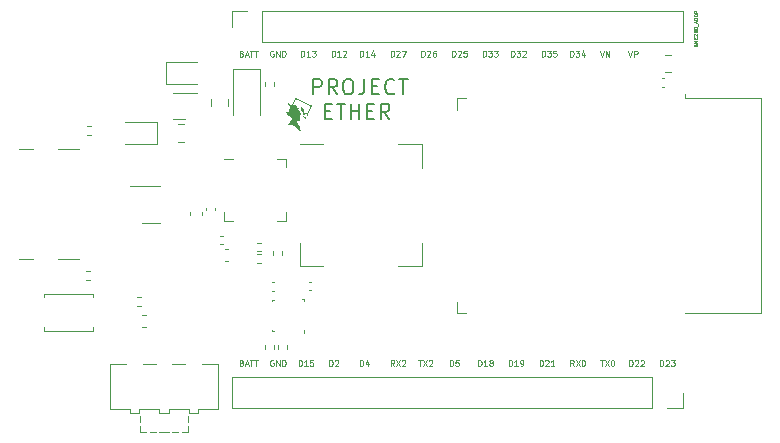
<source format=gbr>
%TF.GenerationSoftware,KiCad,Pcbnew,7.0.5-0*%
%TF.CreationDate,2024-04-27T19:16:13+02:00*%
%TF.ProjectId,esp32-eter,65737033-322d-4657-9465-722e6b696361,rev?*%
%TF.SameCoordinates,Original*%
%TF.FileFunction,Legend,Top*%
%TF.FilePolarity,Positive*%
%FSLAX46Y46*%
G04 Gerber Fmt 4.6, Leading zero omitted, Abs format (unit mm)*
G04 Created by KiCad (PCBNEW 7.0.5-0) date 2024-04-27 19:16:13*
%MOMM*%
%LPD*%
G01*
G04 APERTURE LIST*
%ADD10C,0.125000*%
%ADD11C,0.200000*%
%ADD12C,0.075000*%
%ADD13C,0.120000*%
%ADD14C,0.100000*%
G04 APERTURE END LIST*
D10*
X105601283Y-80732309D02*
X105601283Y-80232309D01*
X105601283Y-80232309D02*
X105720331Y-80232309D01*
X105720331Y-80232309D02*
X105791759Y-80256119D01*
X105791759Y-80256119D02*
X105839378Y-80303738D01*
X105839378Y-80303738D02*
X105863188Y-80351357D01*
X105863188Y-80351357D02*
X105886997Y-80446595D01*
X105886997Y-80446595D02*
X105886997Y-80518023D01*
X105886997Y-80518023D02*
X105863188Y-80613261D01*
X105863188Y-80613261D02*
X105839378Y-80660880D01*
X105839378Y-80660880D02*
X105791759Y-80708500D01*
X105791759Y-80708500D02*
X105720331Y-80732309D01*
X105720331Y-80732309D02*
X105601283Y-80732309D01*
X106363188Y-80732309D02*
X106077474Y-80732309D01*
X106220331Y-80732309D02*
X106220331Y-80232309D01*
X106220331Y-80232309D02*
X106172712Y-80303738D01*
X106172712Y-80303738D02*
X106125093Y-80351357D01*
X106125093Y-80351357D02*
X106077474Y-80375166D01*
X106648902Y-80446595D02*
X106601283Y-80422785D01*
X106601283Y-80422785D02*
X106577473Y-80398976D01*
X106577473Y-80398976D02*
X106553664Y-80351357D01*
X106553664Y-80351357D02*
X106553664Y-80327547D01*
X106553664Y-80327547D02*
X106577473Y-80279928D01*
X106577473Y-80279928D02*
X106601283Y-80256119D01*
X106601283Y-80256119D02*
X106648902Y-80232309D01*
X106648902Y-80232309D02*
X106744140Y-80232309D01*
X106744140Y-80232309D02*
X106791759Y-80256119D01*
X106791759Y-80256119D02*
X106815568Y-80279928D01*
X106815568Y-80279928D02*
X106839378Y-80327547D01*
X106839378Y-80327547D02*
X106839378Y-80351357D01*
X106839378Y-80351357D02*
X106815568Y-80398976D01*
X106815568Y-80398976D02*
X106791759Y-80422785D01*
X106791759Y-80422785D02*
X106744140Y-80446595D01*
X106744140Y-80446595D02*
X106648902Y-80446595D01*
X106648902Y-80446595D02*
X106601283Y-80470404D01*
X106601283Y-80470404D02*
X106577473Y-80494214D01*
X106577473Y-80494214D02*
X106553664Y-80541833D01*
X106553664Y-80541833D02*
X106553664Y-80637071D01*
X106553664Y-80637071D02*
X106577473Y-80684690D01*
X106577473Y-80684690D02*
X106601283Y-80708500D01*
X106601283Y-80708500D02*
X106648902Y-80732309D01*
X106648902Y-80732309D02*
X106744140Y-80732309D01*
X106744140Y-80732309D02*
X106791759Y-80708500D01*
X106791759Y-80708500D02*
X106815568Y-80684690D01*
X106815568Y-80684690D02*
X106839378Y-80637071D01*
X106839378Y-80637071D02*
X106839378Y-80541833D01*
X106839378Y-80541833D02*
X106815568Y-80494214D01*
X106815568Y-80494214D02*
X106791759Y-80470404D01*
X106791759Y-80470404D02*
X106744140Y-80446595D01*
D11*
X91641101Y-57737504D02*
X91641101Y-56437504D01*
X91641101Y-56437504D02*
X92136339Y-56437504D01*
X92136339Y-56437504D02*
X92260149Y-56499409D01*
X92260149Y-56499409D02*
X92322054Y-56561314D01*
X92322054Y-56561314D02*
X92383958Y-56685123D01*
X92383958Y-56685123D02*
X92383958Y-56870838D01*
X92383958Y-56870838D02*
X92322054Y-56994647D01*
X92322054Y-56994647D02*
X92260149Y-57056552D01*
X92260149Y-57056552D02*
X92136339Y-57118457D01*
X92136339Y-57118457D02*
X91641101Y-57118457D01*
X93683958Y-57737504D02*
X93250625Y-57118457D01*
X92941101Y-57737504D02*
X92941101Y-56437504D01*
X92941101Y-56437504D02*
X93436339Y-56437504D01*
X93436339Y-56437504D02*
X93560149Y-56499409D01*
X93560149Y-56499409D02*
X93622054Y-56561314D01*
X93622054Y-56561314D02*
X93683958Y-56685123D01*
X93683958Y-56685123D02*
X93683958Y-56870838D01*
X93683958Y-56870838D02*
X93622054Y-56994647D01*
X93622054Y-56994647D02*
X93560149Y-57056552D01*
X93560149Y-57056552D02*
X93436339Y-57118457D01*
X93436339Y-57118457D02*
X92941101Y-57118457D01*
X94488720Y-56437504D02*
X94736339Y-56437504D01*
X94736339Y-56437504D02*
X94860149Y-56499409D01*
X94860149Y-56499409D02*
X94983958Y-56623219D01*
X94983958Y-56623219D02*
X95045863Y-56870838D01*
X95045863Y-56870838D02*
X95045863Y-57304171D01*
X95045863Y-57304171D02*
X94983958Y-57551790D01*
X94983958Y-57551790D02*
X94860149Y-57675600D01*
X94860149Y-57675600D02*
X94736339Y-57737504D01*
X94736339Y-57737504D02*
X94488720Y-57737504D01*
X94488720Y-57737504D02*
X94364911Y-57675600D01*
X94364911Y-57675600D02*
X94241101Y-57551790D01*
X94241101Y-57551790D02*
X94179197Y-57304171D01*
X94179197Y-57304171D02*
X94179197Y-56870838D01*
X94179197Y-56870838D02*
X94241101Y-56623219D01*
X94241101Y-56623219D02*
X94364911Y-56499409D01*
X94364911Y-56499409D02*
X94488720Y-56437504D01*
X95974435Y-56437504D02*
X95974435Y-57366076D01*
X95974435Y-57366076D02*
X95912530Y-57551790D01*
X95912530Y-57551790D02*
X95788721Y-57675600D01*
X95788721Y-57675600D02*
X95603006Y-57737504D01*
X95603006Y-57737504D02*
X95479197Y-57737504D01*
X96593482Y-57056552D02*
X97026816Y-57056552D01*
X97212530Y-57737504D02*
X96593482Y-57737504D01*
X96593482Y-57737504D02*
X96593482Y-56437504D01*
X96593482Y-56437504D02*
X97212530Y-56437504D01*
X98512529Y-57613695D02*
X98450625Y-57675600D01*
X98450625Y-57675600D02*
X98264910Y-57737504D01*
X98264910Y-57737504D02*
X98141101Y-57737504D01*
X98141101Y-57737504D02*
X97955387Y-57675600D01*
X97955387Y-57675600D02*
X97831577Y-57551790D01*
X97831577Y-57551790D02*
X97769672Y-57427980D01*
X97769672Y-57427980D02*
X97707768Y-57180361D01*
X97707768Y-57180361D02*
X97707768Y-56994647D01*
X97707768Y-56994647D02*
X97769672Y-56747028D01*
X97769672Y-56747028D02*
X97831577Y-56623219D01*
X97831577Y-56623219D02*
X97955387Y-56499409D01*
X97955387Y-56499409D02*
X98141101Y-56437504D01*
X98141101Y-56437504D02*
X98264910Y-56437504D01*
X98264910Y-56437504D02*
X98450625Y-56499409D01*
X98450625Y-56499409D02*
X98512529Y-56561314D01*
X98883958Y-56437504D02*
X99626815Y-56437504D01*
X99255387Y-57737504D02*
X99255387Y-56437504D01*
X92631577Y-59149552D02*
X93064911Y-59149552D01*
X93250625Y-59830504D02*
X92631577Y-59830504D01*
X92631577Y-59830504D02*
X92631577Y-58530504D01*
X92631577Y-58530504D02*
X93250625Y-58530504D01*
X93622053Y-58530504D02*
X94364910Y-58530504D01*
X93993482Y-59830504D02*
X93993482Y-58530504D01*
X94798243Y-59830504D02*
X94798243Y-58530504D01*
X94798243Y-59149552D02*
X95541100Y-59149552D01*
X95541100Y-59830504D02*
X95541100Y-58530504D01*
X96160148Y-59149552D02*
X96593482Y-59149552D01*
X96779196Y-59830504D02*
X96160148Y-59830504D01*
X96160148Y-59830504D02*
X96160148Y-58530504D01*
X96160148Y-58530504D02*
X96779196Y-58530504D01*
X98079195Y-59830504D02*
X97645862Y-59211457D01*
X97336338Y-59830504D02*
X97336338Y-58530504D01*
X97336338Y-58530504D02*
X97831576Y-58530504D01*
X97831576Y-58530504D02*
X97955386Y-58592409D01*
X97955386Y-58592409D02*
X98017291Y-58654314D01*
X98017291Y-58654314D02*
X98079195Y-58778123D01*
X98079195Y-58778123D02*
X98079195Y-58963838D01*
X98079195Y-58963838D02*
X98017291Y-59087647D01*
X98017291Y-59087647D02*
X97955386Y-59149552D01*
X97955386Y-59149552D02*
X97831576Y-59211457D01*
X97831576Y-59211457D02*
X97336338Y-59211457D01*
D10*
X113401283Y-54532309D02*
X113401283Y-54032309D01*
X113401283Y-54032309D02*
X113520331Y-54032309D01*
X113520331Y-54032309D02*
X113591759Y-54056119D01*
X113591759Y-54056119D02*
X113639378Y-54103738D01*
X113639378Y-54103738D02*
X113663188Y-54151357D01*
X113663188Y-54151357D02*
X113686997Y-54246595D01*
X113686997Y-54246595D02*
X113686997Y-54318023D01*
X113686997Y-54318023D02*
X113663188Y-54413261D01*
X113663188Y-54413261D02*
X113639378Y-54460880D01*
X113639378Y-54460880D02*
X113591759Y-54508500D01*
X113591759Y-54508500D02*
X113520331Y-54532309D01*
X113520331Y-54532309D02*
X113401283Y-54532309D01*
X113853664Y-54032309D02*
X114163188Y-54032309D01*
X114163188Y-54032309D02*
X113996521Y-54222785D01*
X113996521Y-54222785D02*
X114067950Y-54222785D01*
X114067950Y-54222785D02*
X114115569Y-54246595D01*
X114115569Y-54246595D02*
X114139378Y-54270404D01*
X114139378Y-54270404D02*
X114163188Y-54318023D01*
X114163188Y-54318023D02*
X114163188Y-54437071D01*
X114163188Y-54437071D02*
X114139378Y-54484690D01*
X114139378Y-54484690D02*
X114115569Y-54508500D01*
X114115569Y-54508500D02*
X114067950Y-54532309D01*
X114067950Y-54532309D02*
X113925093Y-54532309D01*
X113925093Y-54532309D02*
X113877474Y-54508500D01*
X113877474Y-54508500D02*
X113853664Y-54484690D01*
X114591759Y-54198976D02*
X114591759Y-54532309D01*
X114472711Y-54008500D02*
X114353664Y-54365642D01*
X114353664Y-54365642D02*
X114663187Y-54365642D01*
X110801283Y-80732309D02*
X110801283Y-80232309D01*
X110801283Y-80232309D02*
X110920331Y-80232309D01*
X110920331Y-80232309D02*
X110991759Y-80256119D01*
X110991759Y-80256119D02*
X111039378Y-80303738D01*
X111039378Y-80303738D02*
X111063188Y-80351357D01*
X111063188Y-80351357D02*
X111086997Y-80446595D01*
X111086997Y-80446595D02*
X111086997Y-80518023D01*
X111086997Y-80518023D02*
X111063188Y-80613261D01*
X111063188Y-80613261D02*
X111039378Y-80660880D01*
X111039378Y-80660880D02*
X110991759Y-80708500D01*
X110991759Y-80708500D02*
X110920331Y-80732309D01*
X110920331Y-80732309D02*
X110801283Y-80732309D01*
X111277474Y-80279928D02*
X111301283Y-80256119D01*
X111301283Y-80256119D02*
X111348902Y-80232309D01*
X111348902Y-80232309D02*
X111467950Y-80232309D01*
X111467950Y-80232309D02*
X111515569Y-80256119D01*
X111515569Y-80256119D02*
X111539378Y-80279928D01*
X111539378Y-80279928D02*
X111563188Y-80327547D01*
X111563188Y-80327547D02*
X111563188Y-80375166D01*
X111563188Y-80375166D02*
X111539378Y-80446595D01*
X111539378Y-80446595D02*
X111253664Y-80732309D01*
X111253664Y-80732309D02*
X111563188Y-80732309D01*
X112039378Y-80732309D02*
X111753664Y-80732309D01*
X111896521Y-80732309D02*
X111896521Y-80232309D01*
X111896521Y-80232309D02*
X111848902Y-80303738D01*
X111848902Y-80303738D02*
X111801283Y-80351357D01*
X111801283Y-80351357D02*
X111753664Y-80375166D01*
X85567950Y-80470404D02*
X85639378Y-80494214D01*
X85639378Y-80494214D02*
X85663188Y-80518023D01*
X85663188Y-80518023D02*
X85686997Y-80565642D01*
X85686997Y-80565642D02*
X85686997Y-80637071D01*
X85686997Y-80637071D02*
X85663188Y-80684690D01*
X85663188Y-80684690D02*
X85639378Y-80708500D01*
X85639378Y-80708500D02*
X85591759Y-80732309D01*
X85591759Y-80732309D02*
X85401283Y-80732309D01*
X85401283Y-80732309D02*
X85401283Y-80232309D01*
X85401283Y-80232309D02*
X85567950Y-80232309D01*
X85567950Y-80232309D02*
X85615569Y-80256119D01*
X85615569Y-80256119D02*
X85639378Y-80279928D01*
X85639378Y-80279928D02*
X85663188Y-80327547D01*
X85663188Y-80327547D02*
X85663188Y-80375166D01*
X85663188Y-80375166D02*
X85639378Y-80422785D01*
X85639378Y-80422785D02*
X85615569Y-80446595D01*
X85615569Y-80446595D02*
X85567950Y-80470404D01*
X85567950Y-80470404D02*
X85401283Y-80470404D01*
X85877474Y-80589452D02*
X86115569Y-80589452D01*
X85829855Y-80732309D02*
X85996521Y-80232309D01*
X85996521Y-80232309D02*
X86163188Y-80732309D01*
X86258426Y-80232309D02*
X86544140Y-80232309D01*
X86401283Y-80732309D02*
X86401283Y-80232309D01*
X86639378Y-80232309D02*
X86925092Y-80232309D01*
X86782235Y-80732309D02*
X86782235Y-80232309D01*
X98486997Y-80732309D02*
X98320331Y-80494214D01*
X98201283Y-80732309D02*
X98201283Y-80232309D01*
X98201283Y-80232309D02*
X98391759Y-80232309D01*
X98391759Y-80232309D02*
X98439378Y-80256119D01*
X98439378Y-80256119D02*
X98463188Y-80279928D01*
X98463188Y-80279928D02*
X98486997Y-80327547D01*
X98486997Y-80327547D02*
X98486997Y-80398976D01*
X98486997Y-80398976D02*
X98463188Y-80446595D01*
X98463188Y-80446595D02*
X98439378Y-80470404D01*
X98439378Y-80470404D02*
X98391759Y-80494214D01*
X98391759Y-80494214D02*
X98201283Y-80494214D01*
X98653664Y-80232309D02*
X98986997Y-80732309D01*
X98986997Y-80232309D02*
X98653664Y-80732309D01*
X99153664Y-80279928D02*
X99177473Y-80256119D01*
X99177473Y-80256119D02*
X99225092Y-80232309D01*
X99225092Y-80232309D02*
X99344140Y-80232309D01*
X99344140Y-80232309D02*
X99391759Y-80256119D01*
X99391759Y-80256119D02*
X99415568Y-80279928D01*
X99415568Y-80279928D02*
X99439378Y-80327547D01*
X99439378Y-80327547D02*
X99439378Y-80375166D01*
X99439378Y-80375166D02*
X99415568Y-80446595D01*
X99415568Y-80446595D02*
X99129854Y-80732309D01*
X99129854Y-80732309D02*
X99439378Y-80732309D01*
X100529855Y-80232309D02*
X100815569Y-80232309D01*
X100672712Y-80732309D02*
X100672712Y-80232309D01*
X100934616Y-80232309D02*
X101267949Y-80732309D01*
X101267949Y-80232309D02*
X100934616Y-80732309D01*
X101434616Y-80279928D02*
X101458425Y-80256119D01*
X101458425Y-80256119D02*
X101506044Y-80232309D01*
X101506044Y-80232309D02*
X101625092Y-80232309D01*
X101625092Y-80232309D02*
X101672711Y-80256119D01*
X101672711Y-80256119D02*
X101696520Y-80279928D01*
X101696520Y-80279928D02*
X101720330Y-80327547D01*
X101720330Y-80327547D02*
X101720330Y-80375166D01*
X101720330Y-80375166D02*
X101696520Y-80446595D01*
X101696520Y-80446595D02*
X101410806Y-80732309D01*
X101410806Y-80732309D02*
X101720330Y-80732309D01*
X115929855Y-54032309D02*
X116096521Y-54532309D01*
X116096521Y-54532309D02*
X116263188Y-54032309D01*
X116429854Y-54532309D02*
X116429854Y-54032309D01*
X116429854Y-54032309D02*
X116715568Y-54532309D01*
X116715568Y-54532309D02*
X116715568Y-54032309D01*
X95601283Y-54532309D02*
X95601283Y-54032309D01*
X95601283Y-54032309D02*
X95720331Y-54032309D01*
X95720331Y-54032309D02*
X95791759Y-54056119D01*
X95791759Y-54056119D02*
X95839378Y-54103738D01*
X95839378Y-54103738D02*
X95863188Y-54151357D01*
X95863188Y-54151357D02*
X95886997Y-54246595D01*
X95886997Y-54246595D02*
X95886997Y-54318023D01*
X95886997Y-54318023D02*
X95863188Y-54413261D01*
X95863188Y-54413261D02*
X95839378Y-54460880D01*
X95839378Y-54460880D02*
X95791759Y-54508500D01*
X95791759Y-54508500D02*
X95720331Y-54532309D01*
X95720331Y-54532309D02*
X95601283Y-54532309D01*
X96363188Y-54532309D02*
X96077474Y-54532309D01*
X96220331Y-54532309D02*
X96220331Y-54032309D01*
X96220331Y-54032309D02*
X96172712Y-54103738D01*
X96172712Y-54103738D02*
X96125093Y-54151357D01*
X96125093Y-54151357D02*
X96077474Y-54175166D01*
X96791759Y-54198976D02*
X96791759Y-54532309D01*
X96672711Y-54008500D02*
X96553664Y-54365642D01*
X96553664Y-54365642D02*
X96863187Y-54365642D01*
X93201283Y-54532309D02*
X93201283Y-54032309D01*
X93201283Y-54032309D02*
X93320331Y-54032309D01*
X93320331Y-54032309D02*
X93391759Y-54056119D01*
X93391759Y-54056119D02*
X93439378Y-54103738D01*
X93439378Y-54103738D02*
X93463188Y-54151357D01*
X93463188Y-54151357D02*
X93486997Y-54246595D01*
X93486997Y-54246595D02*
X93486997Y-54318023D01*
X93486997Y-54318023D02*
X93463188Y-54413261D01*
X93463188Y-54413261D02*
X93439378Y-54460880D01*
X93439378Y-54460880D02*
X93391759Y-54508500D01*
X93391759Y-54508500D02*
X93320331Y-54532309D01*
X93320331Y-54532309D02*
X93201283Y-54532309D01*
X93963188Y-54532309D02*
X93677474Y-54532309D01*
X93820331Y-54532309D02*
X93820331Y-54032309D01*
X93820331Y-54032309D02*
X93772712Y-54103738D01*
X93772712Y-54103738D02*
X93725093Y-54151357D01*
X93725093Y-54151357D02*
X93677474Y-54175166D01*
X94153664Y-54079928D02*
X94177473Y-54056119D01*
X94177473Y-54056119D02*
X94225092Y-54032309D01*
X94225092Y-54032309D02*
X94344140Y-54032309D01*
X94344140Y-54032309D02*
X94391759Y-54056119D01*
X94391759Y-54056119D02*
X94415568Y-54079928D01*
X94415568Y-54079928D02*
X94439378Y-54127547D01*
X94439378Y-54127547D02*
X94439378Y-54175166D01*
X94439378Y-54175166D02*
X94415568Y-54246595D01*
X94415568Y-54246595D02*
X94129854Y-54532309D01*
X94129854Y-54532309D02*
X94439378Y-54532309D01*
X121001283Y-80732309D02*
X121001283Y-80232309D01*
X121001283Y-80232309D02*
X121120331Y-80232309D01*
X121120331Y-80232309D02*
X121191759Y-80256119D01*
X121191759Y-80256119D02*
X121239378Y-80303738D01*
X121239378Y-80303738D02*
X121263188Y-80351357D01*
X121263188Y-80351357D02*
X121286997Y-80446595D01*
X121286997Y-80446595D02*
X121286997Y-80518023D01*
X121286997Y-80518023D02*
X121263188Y-80613261D01*
X121263188Y-80613261D02*
X121239378Y-80660880D01*
X121239378Y-80660880D02*
X121191759Y-80708500D01*
X121191759Y-80708500D02*
X121120331Y-80732309D01*
X121120331Y-80732309D02*
X121001283Y-80732309D01*
X121477474Y-80279928D02*
X121501283Y-80256119D01*
X121501283Y-80256119D02*
X121548902Y-80232309D01*
X121548902Y-80232309D02*
X121667950Y-80232309D01*
X121667950Y-80232309D02*
X121715569Y-80256119D01*
X121715569Y-80256119D02*
X121739378Y-80279928D01*
X121739378Y-80279928D02*
X121763188Y-80327547D01*
X121763188Y-80327547D02*
X121763188Y-80375166D01*
X121763188Y-80375166D02*
X121739378Y-80446595D01*
X121739378Y-80446595D02*
X121453664Y-80732309D01*
X121453664Y-80732309D02*
X121763188Y-80732309D01*
X121929854Y-80232309D02*
X122239378Y-80232309D01*
X122239378Y-80232309D02*
X122072711Y-80422785D01*
X122072711Y-80422785D02*
X122144140Y-80422785D01*
X122144140Y-80422785D02*
X122191759Y-80446595D01*
X122191759Y-80446595D02*
X122215568Y-80470404D01*
X122215568Y-80470404D02*
X122239378Y-80518023D01*
X122239378Y-80518023D02*
X122239378Y-80637071D01*
X122239378Y-80637071D02*
X122215568Y-80684690D01*
X122215568Y-80684690D02*
X122191759Y-80708500D01*
X122191759Y-80708500D02*
X122144140Y-80732309D01*
X122144140Y-80732309D02*
X122001283Y-80732309D01*
X122001283Y-80732309D02*
X121953664Y-80708500D01*
X121953664Y-80708500D02*
X121929854Y-80684690D01*
X118401283Y-80732309D02*
X118401283Y-80232309D01*
X118401283Y-80232309D02*
X118520331Y-80232309D01*
X118520331Y-80232309D02*
X118591759Y-80256119D01*
X118591759Y-80256119D02*
X118639378Y-80303738D01*
X118639378Y-80303738D02*
X118663188Y-80351357D01*
X118663188Y-80351357D02*
X118686997Y-80446595D01*
X118686997Y-80446595D02*
X118686997Y-80518023D01*
X118686997Y-80518023D02*
X118663188Y-80613261D01*
X118663188Y-80613261D02*
X118639378Y-80660880D01*
X118639378Y-80660880D02*
X118591759Y-80708500D01*
X118591759Y-80708500D02*
X118520331Y-80732309D01*
X118520331Y-80732309D02*
X118401283Y-80732309D01*
X118877474Y-80279928D02*
X118901283Y-80256119D01*
X118901283Y-80256119D02*
X118948902Y-80232309D01*
X118948902Y-80232309D02*
X119067950Y-80232309D01*
X119067950Y-80232309D02*
X119115569Y-80256119D01*
X119115569Y-80256119D02*
X119139378Y-80279928D01*
X119139378Y-80279928D02*
X119163188Y-80327547D01*
X119163188Y-80327547D02*
X119163188Y-80375166D01*
X119163188Y-80375166D02*
X119139378Y-80446595D01*
X119139378Y-80446595D02*
X118853664Y-80732309D01*
X118853664Y-80732309D02*
X119163188Y-80732309D01*
X119353664Y-80279928D02*
X119377473Y-80256119D01*
X119377473Y-80256119D02*
X119425092Y-80232309D01*
X119425092Y-80232309D02*
X119544140Y-80232309D01*
X119544140Y-80232309D02*
X119591759Y-80256119D01*
X119591759Y-80256119D02*
X119615568Y-80279928D01*
X119615568Y-80279928D02*
X119639378Y-80327547D01*
X119639378Y-80327547D02*
X119639378Y-80375166D01*
X119639378Y-80375166D02*
X119615568Y-80446595D01*
X119615568Y-80446595D02*
X119329854Y-80732309D01*
X119329854Y-80732309D02*
X119639378Y-80732309D01*
X111001283Y-54532309D02*
X111001283Y-54032309D01*
X111001283Y-54032309D02*
X111120331Y-54032309D01*
X111120331Y-54032309D02*
X111191759Y-54056119D01*
X111191759Y-54056119D02*
X111239378Y-54103738D01*
X111239378Y-54103738D02*
X111263188Y-54151357D01*
X111263188Y-54151357D02*
X111286997Y-54246595D01*
X111286997Y-54246595D02*
X111286997Y-54318023D01*
X111286997Y-54318023D02*
X111263188Y-54413261D01*
X111263188Y-54413261D02*
X111239378Y-54460880D01*
X111239378Y-54460880D02*
X111191759Y-54508500D01*
X111191759Y-54508500D02*
X111120331Y-54532309D01*
X111120331Y-54532309D02*
X111001283Y-54532309D01*
X111453664Y-54032309D02*
X111763188Y-54032309D01*
X111763188Y-54032309D02*
X111596521Y-54222785D01*
X111596521Y-54222785D02*
X111667950Y-54222785D01*
X111667950Y-54222785D02*
X111715569Y-54246595D01*
X111715569Y-54246595D02*
X111739378Y-54270404D01*
X111739378Y-54270404D02*
X111763188Y-54318023D01*
X111763188Y-54318023D02*
X111763188Y-54437071D01*
X111763188Y-54437071D02*
X111739378Y-54484690D01*
X111739378Y-54484690D02*
X111715569Y-54508500D01*
X111715569Y-54508500D02*
X111667950Y-54532309D01*
X111667950Y-54532309D02*
X111525093Y-54532309D01*
X111525093Y-54532309D02*
X111477474Y-54508500D01*
X111477474Y-54508500D02*
X111453664Y-54484690D01*
X112215568Y-54032309D02*
X111977473Y-54032309D01*
X111977473Y-54032309D02*
X111953664Y-54270404D01*
X111953664Y-54270404D02*
X111977473Y-54246595D01*
X111977473Y-54246595D02*
X112025092Y-54222785D01*
X112025092Y-54222785D02*
X112144140Y-54222785D01*
X112144140Y-54222785D02*
X112191759Y-54246595D01*
X112191759Y-54246595D02*
X112215568Y-54270404D01*
X112215568Y-54270404D02*
X112239378Y-54318023D01*
X112239378Y-54318023D02*
X112239378Y-54437071D01*
X112239378Y-54437071D02*
X112215568Y-54484690D01*
X112215568Y-54484690D02*
X112191759Y-54508500D01*
X112191759Y-54508500D02*
X112144140Y-54532309D01*
X112144140Y-54532309D02*
X112025092Y-54532309D01*
X112025092Y-54532309D02*
X111977473Y-54508500D01*
X111977473Y-54508500D02*
X111953664Y-54484690D01*
X90401283Y-80732309D02*
X90401283Y-80232309D01*
X90401283Y-80232309D02*
X90520331Y-80232309D01*
X90520331Y-80232309D02*
X90591759Y-80256119D01*
X90591759Y-80256119D02*
X90639378Y-80303738D01*
X90639378Y-80303738D02*
X90663188Y-80351357D01*
X90663188Y-80351357D02*
X90686997Y-80446595D01*
X90686997Y-80446595D02*
X90686997Y-80518023D01*
X90686997Y-80518023D02*
X90663188Y-80613261D01*
X90663188Y-80613261D02*
X90639378Y-80660880D01*
X90639378Y-80660880D02*
X90591759Y-80708500D01*
X90591759Y-80708500D02*
X90520331Y-80732309D01*
X90520331Y-80732309D02*
X90401283Y-80732309D01*
X91163188Y-80732309D02*
X90877474Y-80732309D01*
X91020331Y-80732309D02*
X91020331Y-80232309D01*
X91020331Y-80232309D02*
X90972712Y-80303738D01*
X90972712Y-80303738D02*
X90925093Y-80351357D01*
X90925093Y-80351357D02*
X90877474Y-80375166D01*
X91615568Y-80232309D02*
X91377473Y-80232309D01*
X91377473Y-80232309D02*
X91353664Y-80470404D01*
X91353664Y-80470404D02*
X91377473Y-80446595D01*
X91377473Y-80446595D02*
X91425092Y-80422785D01*
X91425092Y-80422785D02*
X91544140Y-80422785D01*
X91544140Y-80422785D02*
X91591759Y-80446595D01*
X91591759Y-80446595D02*
X91615568Y-80470404D01*
X91615568Y-80470404D02*
X91639378Y-80518023D01*
X91639378Y-80518023D02*
X91639378Y-80637071D01*
X91639378Y-80637071D02*
X91615568Y-80684690D01*
X91615568Y-80684690D02*
X91591759Y-80708500D01*
X91591759Y-80708500D02*
X91544140Y-80732309D01*
X91544140Y-80732309D02*
X91425092Y-80732309D01*
X91425092Y-80732309D02*
X91377473Y-80708500D01*
X91377473Y-80708500D02*
X91353664Y-80684690D01*
X103201283Y-80732309D02*
X103201283Y-80232309D01*
X103201283Y-80232309D02*
X103320331Y-80232309D01*
X103320331Y-80232309D02*
X103391759Y-80256119D01*
X103391759Y-80256119D02*
X103439378Y-80303738D01*
X103439378Y-80303738D02*
X103463188Y-80351357D01*
X103463188Y-80351357D02*
X103486997Y-80446595D01*
X103486997Y-80446595D02*
X103486997Y-80518023D01*
X103486997Y-80518023D02*
X103463188Y-80613261D01*
X103463188Y-80613261D02*
X103439378Y-80660880D01*
X103439378Y-80660880D02*
X103391759Y-80708500D01*
X103391759Y-80708500D02*
X103320331Y-80732309D01*
X103320331Y-80732309D02*
X103201283Y-80732309D01*
X103939378Y-80232309D02*
X103701283Y-80232309D01*
X103701283Y-80232309D02*
X103677474Y-80470404D01*
X103677474Y-80470404D02*
X103701283Y-80446595D01*
X103701283Y-80446595D02*
X103748902Y-80422785D01*
X103748902Y-80422785D02*
X103867950Y-80422785D01*
X103867950Y-80422785D02*
X103915569Y-80446595D01*
X103915569Y-80446595D02*
X103939378Y-80470404D01*
X103939378Y-80470404D02*
X103963188Y-80518023D01*
X103963188Y-80518023D02*
X103963188Y-80637071D01*
X103963188Y-80637071D02*
X103939378Y-80684690D01*
X103939378Y-80684690D02*
X103915569Y-80708500D01*
X103915569Y-80708500D02*
X103867950Y-80732309D01*
X103867950Y-80732309D02*
X103748902Y-80732309D01*
X103748902Y-80732309D02*
X103701283Y-80708500D01*
X103701283Y-80708500D02*
X103677474Y-80684690D01*
X108201283Y-80732309D02*
X108201283Y-80232309D01*
X108201283Y-80232309D02*
X108320331Y-80232309D01*
X108320331Y-80232309D02*
X108391759Y-80256119D01*
X108391759Y-80256119D02*
X108439378Y-80303738D01*
X108439378Y-80303738D02*
X108463188Y-80351357D01*
X108463188Y-80351357D02*
X108486997Y-80446595D01*
X108486997Y-80446595D02*
X108486997Y-80518023D01*
X108486997Y-80518023D02*
X108463188Y-80613261D01*
X108463188Y-80613261D02*
X108439378Y-80660880D01*
X108439378Y-80660880D02*
X108391759Y-80708500D01*
X108391759Y-80708500D02*
X108320331Y-80732309D01*
X108320331Y-80732309D02*
X108201283Y-80732309D01*
X108963188Y-80732309D02*
X108677474Y-80732309D01*
X108820331Y-80732309D02*
X108820331Y-80232309D01*
X108820331Y-80232309D02*
X108772712Y-80303738D01*
X108772712Y-80303738D02*
X108725093Y-80351357D01*
X108725093Y-80351357D02*
X108677474Y-80375166D01*
X109201283Y-80732309D02*
X109296521Y-80732309D01*
X109296521Y-80732309D02*
X109344140Y-80708500D01*
X109344140Y-80708500D02*
X109367949Y-80684690D01*
X109367949Y-80684690D02*
X109415568Y-80613261D01*
X109415568Y-80613261D02*
X109439378Y-80518023D01*
X109439378Y-80518023D02*
X109439378Y-80327547D01*
X109439378Y-80327547D02*
X109415568Y-80279928D01*
X109415568Y-80279928D02*
X109391759Y-80256119D01*
X109391759Y-80256119D02*
X109344140Y-80232309D01*
X109344140Y-80232309D02*
X109248902Y-80232309D01*
X109248902Y-80232309D02*
X109201283Y-80256119D01*
X109201283Y-80256119D02*
X109177473Y-80279928D01*
X109177473Y-80279928D02*
X109153664Y-80327547D01*
X109153664Y-80327547D02*
X109153664Y-80446595D01*
X109153664Y-80446595D02*
X109177473Y-80494214D01*
X109177473Y-80494214D02*
X109201283Y-80518023D01*
X109201283Y-80518023D02*
X109248902Y-80541833D01*
X109248902Y-80541833D02*
X109344140Y-80541833D01*
X109344140Y-80541833D02*
X109391759Y-80518023D01*
X109391759Y-80518023D02*
X109415568Y-80494214D01*
X109415568Y-80494214D02*
X109439378Y-80446595D01*
X85567950Y-54270404D02*
X85639378Y-54294214D01*
X85639378Y-54294214D02*
X85663188Y-54318023D01*
X85663188Y-54318023D02*
X85686997Y-54365642D01*
X85686997Y-54365642D02*
X85686997Y-54437071D01*
X85686997Y-54437071D02*
X85663188Y-54484690D01*
X85663188Y-54484690D02*
X85639378Y-54508500D01*
X85639378Y-54508500D02*
X85591759Y-54532309D01*
X85591759Y-54532309D02*
X85401283Y-54532309D01*
X85401283Y-54532309D02*
X85401283Y-54032309D01*
X85401283Y-54032309D02*
X85567950Y-54032309D01*
X85567950Y-54032309D02*
X85615569Y-54056119D01*
X85615569Y-54056119D02*
X85639378Y-54079928D01*
X85639378Y-54079928D02*
X85663188Y-54127547D01*
X85663188Y-54127547D02*
X85663188Y-54175166D01*
X85663188Y-54175166D02*
X85639378Y-54222785D01*
X85639378Y-54222785D02*
X85615569Y-54246595D01*
X85615569Y-54246595D02*
X85567950Y-54270404D01*
X85567950Y-54270404D02*
X85401283Y-54270404D01*
X85877474Y-54389452D02*
X86115569Y-54389452D01*
X85829855Y-54532309D02*
X85996521Y-54032309D01*
X85996521Y-54032309D02*
X86163188Y-54532309D01*
X86258426Y-54032309D02*
X86544140Y-54032309D01*
X86401283Y-54532309D02*
X86401283Y-54032309D01*
X86639378Y-54032309D02*
X86925092Y-54032309D01*
X86782235Y-54532309D02*
X86782235Y-54032309D01*
X95601283Y-80732309D02*
X95601283Y-80232309D01*
X95601283Y-80232309D02*
X95720331Y-80232309D01*
X95720331Y-80232309D02*
X95791759Y-80256119D01*
X95791759Y-80256119D02*
X95839378Y-80303738D01*
X95839378Y-80303738D02*
X95863188Y-80351357D01*
X95863188Y-80351357D02*
X95886997Y-80446595D01*
X95886997Y-80446595D02*
X95886997Y-80518023D01*
X95886997Y-80518023D02*
X95863188Y-80613261D01*
X95863188Y-80613261D02*
X95839378Y-80660880D01*
X95839378Y-80660880D02*
X95791759Y-80708500D01*
X95791759Y-80708500D02*
X95720331Y-80732309D01*
X95720331Y-80732309D02*
X95601283Y-80732309D01*
X96315569Y-80398976D02*
X96315569Y-80732309D01*
X96196521Y-80208500D02*
X96077474Y-80565642D01*
X96077474Y-80565642D02*
X96386997Y-80565642D01*
X103401283Y-54532309D02*
X103401283Y-54032309D01*
X103401283Y-54032309D02*
X103520331Y-54032309D01*
X103520331Y-54032309D02*
X103591759Y-54056119D01*
X103591759Y-54056119D02*
X103639378Y-54103738D01*
X103639378Y-54103738D02*
X103663188Y-54151357D01*
X103663188Y-54151357D02*
X103686997Y-54246595D01*
X103686997Y-54246595D02*
X103686997Y-54318023D01*
X103686997Y-54318023D02*
X103663188Y-54413261D01*
X103663188Y-54413261D02*
X103639378Y-54460880D01*
X103639378Y-54460880D02*
X103591759Y-54508500D01*
X103591759Y-54508500D02*
X103520331Y-54532309D01*
X103520331Y-54532309D02*
X103401283Y-54532309D01*
X103877474Y-54079928D02*
X103901283Y-54056119D01*
X103901283Y-54056119D02*
X103948902Y-54032309D01*
X103948902Y-54032309D02*
X104067950Y-54032309D01*
X104067950Y-54032309D02*
X104115569Y-54056119D01*
X104115569Y-54056119D02*
X104139378Y-54079928D01*
X104139378Y-54079928D02*
X104163188Y-54127547D01*
X104163188Y-54127547D02*
X104163188Y-54175166D01*
X104163188Y-54175166D02*
X104139378Y-54246595D01*
X104139378Y-54246595D02*
X103853664Y-54532309D01*
X103853664Y-54532309D02*
X104163188Y-54532309D01*
X104615568Y-54032309D02*
X104377473Y-54032309D01*
X104377473Y-54032309D02*
X104353664Y-54270404D01*
X104353664Y-54270404D02*
X104377473Y-54246595D01*
X104377473Y-54246595D02*
X104425092Y-54222785D01*
X104425092Y-54222785D02*
X104544140Y-54222785D01*
X104544140Y-54222785D02*
X104591759Y-54246595D01*
X104591759Y-54246595D02*
X104615568Y-54270404D01*
X104615568Y-54270404D02*
X104639378Y-54318023D01*
X104639378Y-54318023D02*
X104639378Y-54437071D01*
X104639378Y-54437071D02*
X104615568Y-54484690D01*
X104615568Y-54484690D02*
X104591759Y-54508500D01*
X104591759Y-54508500D02*
X104544140Y-54532309D01*
X104544140Y-54532309D02*
X104425092Y-54532309D01*
X104425092Y-54532309D02*
X104377473Y-54508500D01*
X104377473Y-54508500D02*
X104353664Y-54484690D01*
X100801283Y-54532309D02*
X100801283Y-54032309D01*
X100801283Y-54032309D02*
X100920331Y-54032309D01*
X100920331Y-54032309D02*
X100991759Y-54056119D01*
X100991759Y-54056119D02*
X101039378Y-54103738D01*
X101039378Y-54103738D02*
X101063188Y-54151357D01*
X101063188Y-54151357D02*
X101086997Y-54246595D01*
X101086997Y-54246595D02*
X101086997Y-54318023D01*
X101086997Y-54318023D02*
X101063188Y-54413261D01*
X101063188Y-54413261D02*
X101039378Y-54460880D01*
X101039378Y-54460880D02*
X100991759Y-54508500D01*
X100991759Y-54508500D02*
X100920331Y-54532309D01*
X100920331Y-54532309D02*
X100801283Y-54532309D01*
X101277474Y-54079928D02*
X101301283Y-54056119D01*
X101301283Y-54056119D02*
X101348902Y-54032309D01*
X101348902Y-54032309D02*
X101467950Y-54032309D01*
X101467950Y-54032309D02*
X101515569Y-54056119D01*
X101515569Y-54056119D02*
X101539378Y-54079928D01*
X101539378Y-54079928D02*
X101563188Y-54127547D01*
X101563188Y-54127547D02*
X101563188Y-54175166D01*
X101563188Y-54175166D02*
X101539378Y-54246595D01*
X101539378Y-54246595D02*
X101253664Y-54532309D01*
X101253664Y-54532309D02*
X101563188Y-54532309D01*
X101991759Y-54032309D02*
X101896521Y-54032309D01*
X101896521Y-54032309D02*
X101848902Y-54056119D01*
X101848902Y-54056119D02*
X101825092Y-54079928D01*
X101825092Y-54079928D02*
X101777473Y-54151357D01*
X101777473Y-54151357D02*
X101753664Y-54246595D01*
X101753664Y-54246595D02*
X101753664Y-54437071D01*
X101753664Y-54437071D02*
X101777473Y-54484690D01*
X101777473Y-54484690D02*
X101801283Y-54508500D01*
X101801283Y-54508500D02*
X101848902Y-54532309D01*
X101848902Y-54532309D02*
X101944140Y-54532309D01*
X101944140Y-54532309D02*
X101991759Y-54508500D01*
X101991759Y-54508500D02*
X102015568Y-54484690D01*
X102015568Y-54484690D02*
X102039378Y-54437071D01*
X102039378Y-54437071D02*
X102039378Y-54318023D01*
X102039378Y-54318023D02*
X102015568Y-54270404D01*
X102015568Y-54270404D02*
X101991759Y-54246595D01*
X101991759Y-54246595D02*
X101944140Y-54222785D01*
X101944140Y-54222785D02*
X101848902Y-54222785D01*
X101848902Y-54222785D02*
X101801283Y-54246595D01*
X101801283Y-54246595D02*
X101777473Y-54270404D01*
X101777473Y-54270404D02*
X101753664Y-54318023D01*
X98201283Y-54532309D02*
X98201283Y-54032309D01*
X98201283Y-54032309D02*
X98320331Y-54032309D01*
X98320331Y-54032309D02*
X98391759Y-54056119D01*
X98391759Y-54056119D02*
X98439378Y-54103738D01*
X98439378Y-54103738D02*
X98463188Y-54151357D01*
X98463188Y-54151357D02*
X98486997Y-54246595D01*
X98486997Y-54246595D02*
X98486997Y-54318023D01*
X98486997Y-54318023D02*
X98463188Y-54413261D01*
X98463188Y-54413261D02*
X98439378Y-54460880D01*
X98439378Y-54460880D02*
X98391759Y-54508500D01*
X98391759Y-54508500D02*
X98320331Y-54532309D01*
X98320331Y-54532309D02*
X98201283Y-54532309D01*
X98677474Y-54079928D02*
X98701283Y-54056119D01*
X98701283Y-54056119D02*
X98748902Y-54032309D01*
X98748902Y-54032309D02*
X98867950Y-54032309D01*
X98867950Y-54032309D02*
X98915569Y-54056119D01*
X98915569Y-54056119D02*
X98939378Y-54079928D01*
X98939378Y-54079928D02*
X98963188Y-54127547D01*
X98963188Y-54127547D02*
X98963188Y-54175166D01*
X98963188Y-54175166D02*
X98939378Y-54246595D01*
X98939378Y-54246595D02*
X98653664Y-54532309D01*
X98653664Y-54532309D02*
X98963188Y-54532309D01*
X99129854Y-54032309D02*
X99463187Y-54032309D01*
X99463187Y-54032309D02*
X99248902Y-54532309D01*
X93001283Y-80732309D02*
X93001283Y-80232309D01*
X93001283Y-80232309D02*
X93120331Y-80232309D01*
X93120331Y-80232309D02*
X93191759Y-80256119D01*
X93191759Y-80256119D02*
X93239378Y-80303738D01*
X93239378Y-80303738D02*
X93263188Y-80351357D01*
X93263188Y-80351357D02*
X93286997Y-80446595D01*
X93286997Y-80446595D02*
X93286997Y-80518023D01*
X93286997Y-80518023D02*
X93263188Y-80613261D01*
X93263188Y-80613261D02*
X93239378Y-80660880D01*
X93239378Y-80660880D02*
X93191759Y-80708500D01*
X93191759Y-80708500D02*
X93120331Y-80732309D01*
X93120331Y-80732309D02*
X93001283Y-80732309D01*
X93477474Y-80279928D02*
X93501283Y-80256119D01*
X93501283Y-80256119D02*
X93548902Y-80232309D01*
X93548902Y-80232309D02*
X93667950Y-80232309D01*
X93667950Y-80232309D02*
X93715569Y-80256119D01*
X93715569Y-80256119D02*
X93739378Y-80279928D01*
X93739378Y-80279928D02*
X93763188Y-80327547D01*
X93763188Y-80327547D02*
X93763188Y-80375166D01*
X93763188Y-80375166D02*
X93739378Y-80446595D01*
X93739378Y-80446595D02*
X93453664Y-80732309D01*
X93453664Y-80732309D02*
X93763188Y-80732309D01*
X90601283Y-54532309D02*
X90601283Y-54032309D01*
X90601283Y-54032309D02*
X90720331Y-54032309D01*
X90720331Y-54032309D02*
X90791759Y-54056119D01*
X90791759Y-54056119D02*
X90839378Y-54103738D01*
X90839378Y-54103738D02*
X90863188Y-54151357D01*
X90863188Y-54151357D02*
X90886997Y-54246595D01*
X90886997Y-54246595D02*
X90886997Y-54318023D01*
X90886997Y-54318023D02*
X90863188Y-54413261D01*
X90863188Y-54413261D02*
X90839378Y-54460880D01*
X90839378Y-54460880D02*
X90791759Y-54508500D01*
X90791759Y-54508500D02*
X90720331Y-54532309D01*
X90720331Y-54532309D02*
X90601283Y-54532309D01*
X91363188Y-54532309D02*
X91077474Y-54532309D01*
X91220331Y-54532309D02*
X91220331Y-54032309D01*
X91220331Y-54032309D02*
X91172712Y-54103738D01*
X91172712Y-54103738D02*
X91125093Y-54151357D01*
X91125093Y-54151357D02*
X91077474Y-54175166D01*
X91529854Y-54032309D02*
X91839378Y-54032309D01*
X91839378Y-54032309D02*
X91672711Y-54222785D01*
X91672711Y-54222785D02*
X91744140Y-54222785D01*
X91744140Y-54222785D02*
X91791759Y-54246595D01*
X91791759Y-54246595D02*
X91815568Y-54270404D01*
X91815568Y-54270404D02*
X91839378Y-54318023D01*
X91839378Y-54318023D02*
X91839378Y-54437071D01*
X91839378Y-54437071D02*
X91815568Y-54484690D01*
X91815568Y-54484690D02*
X91791759Y-54508500D01*
X91791759Y-54508500D02*
X91744140Y-54532309D01*
X91744140Y-54532309D02*
X91601283Y-54532309D01*
X91601283Y-54532309D02*
X91553664Y-54508500D01*
X91553664Y-54508500D02*
X91529854Y-54484690D01*
X106001283Y-54532309D02*
X106001283Y-54032309D01*
X106001283Y-54032309D02*
X106120331Y-54032309D01*
X106120331Y-54032309D02*
X106191759Y-54056119D01*
X106191759Y-54056119D02*
X106239378Y-54103738D01*
X106239378Y-54103738D02*
X106263188Y-54151357D01*
X106263188Y-54151357D02*
X106286997Y-54246595D01*
X106286997Y-54246595D02*
X106286997Y-54318023D01*
X106286997Y-54318023D02*
X106263188Y-54413261D01*
X106263188Y-54413261D02*
X106239378Y-54460880D01*
X106239378Y-54460880D02*
X106191759Y-54508500D01*
X106191759Y-54508500D02*
X106120331Y-54532309D01*
X106120331Y-54532309D02*
X106001283Y-54532309D01*
X106453664Y-54032309D02*
X106763188Y-54032309D01*
X106763188Y-54032309D02*
X106596521Y-54222785D01*
X106596521Y-54222785D02*
X106667950Y-54222785D01*
X106667950Y-54222785D02*
X106715569Y-54246595D01*
X106715569Y-54246595D02*
X106739378Y-54270404D01*
X106739378Y-54270404D02*
X106763188Y-54318023D01*
X106763188Y-54318023D02*
X106763188Y-54437071D01*
X106763188Y-54437071D02*
X106739378Y-54484690D01*
X106739378Y-54484690D02*
X106715569Y-54508500D01*
X106715569Y-54508500D02*
X106667950Y-54532309D01*
X106667950Y-54532309D02*
X106525093Y-54532309D01*
X106525093Y-54532309D02*
X106477474Y-54508500D01*
X106477474Y-54508500D02*
X106453664Y-54484690D01*
X106929854Y-54032309D02*
X107239378Y-54032309D01*
X107239378Y-54032309D02*
X107072711Y-54222785D01*
X107072711Y-54222785D02*
X107144140Y-54222785D01*
X107144140Y-54222785D02*
X107191759Y-54246595D01*
X107191759Y-54246595D02*
X107215568Y-54270404D01*
X107215568Y-54270404D02*
X107239378Y-54318023D01*
X107239378Y-54318023D02*
X107239378Y-54437071D01*
X107239378Y-54437071D02*
X107215568Y-54484690D01*
X107215568Y-54484690D02*
X107191759Y-54508500D01*
X107191759Y-54508500D02*
X107144140Y-54532309D01*
X107144140Y-54532309D02*
X107001283Y-54532309D01*
X107001283Y-54532309D02*
X106953664Y-54508500D01*
X106953664Y-54508500D02*
X106929854Y-54484690D01*
X88263188Y-54056119D02*
X88215569Y-54032309D01*
X88215569Y-54032309D02*
X88144140Y-54032309D01*
X88144140Y-54032309D02*
X88072712Y-54056119D01*
X88072712Y-54056119D02*
X88025093Y-54103738D01*
X88025093Y-54103738D02*
X88001283Y-54151357D01*
X88001283Y-54151357D02*
X87977474Y-54246595D01*
X87977474Y-54246595D02*
X87977474Y-54318023D01*
X87977474Y-54318023D02*
X88001283Y-54413261D01*
X88001283Y-54413261D02*
X88025093Y-54460880D01*
X88025093Y-54460880D02*
X88072712Y-54508500D01*
X88072712Y-54508500D02*
X88144140Y-54532309D01*
X88144140Y-54532309D02*
X88191759Y-54532309D01*
X88191759Y-54532309D02*
X88263188Y-54508500D01*
X88263188Y-54508500D02*
X88286997Y-54484690D01*
X88286997Y-54484690D02*
X88286997Y-54318023D01*
X88286997Y-54318023D02*
X88191759Y-54318023D01*
X88501283Y-54532309D02*
X88501283Y-54032309D01*
X88501283Y-54032309D02*
X88786997Y-54532309D01*
X88786997Y-54532309D02*
X88786997Y-54032309D01*
X89025093Y-54532309D02*
X89025093Y-54032309D01*
X89025093Y-54032309D02*
X89144141Y-54032309D01*
X89144141Y-54032309D02*
X89215569Y-54056119D01*
X89215569Y-54056119D02*
X89263188Y-54103738D01*
X89263188Y-54103738D02*
X89286998Y-54151357D01*
X89286998Y-54151357D02*
X89310807Y-54246595D01*
X89310807Y-54246595D02*
X89310807Y-54318023D01*
X89310807Y-54318023D02*
X89286998Y-54413261D01*
X89286998Y-54413261D02*
X89263188Y-54460880D01*
X89263188Y-54460880D02*
X89215569Y-54508500D01*
X89215569Y-54508500D02*
X89144141Y-54532309D01*
X89144141Y-54532309D02*
X89025093Y-54532309D01*
X118329855Y-54032309D02*
X118496521Y-54532309D01*
X118496521Y-54532309D02*
X118663188Y-54032309D01*
X118829854Y-54532309D02*
X118829854Y-54032309D01*
X118829854Y-54032309D02*
X119020330Y-54032309D01*
X119020330Y-54032309D02*
X119067949Y-54056119D01*
X119067949Y-54056119D02*
X119091759Y-54079928D01*
X119091759Y-54079928D02*
X119115568Y-54127547D01*
X119115568Y-54127547D02*
X119115568Y-54198976D01*
X119115568Y-54198976D02*
X119091759Y-54246595D01*
X119091759Y-54246595D02*
X119067949Y-54270404D01*
X119067949Y-54270404D02*
X119020330Y-54294214D01*
X119020330Y-54294214D02*
X118829854Y-54294214D01*
X113686997Y-80732309D02*
X113520331Y-80494214D01*
X113401283Y-80732309D02*
X113401283Y-80232309D01*
X113401283Y-80232309D02*
X113591759Y-80232309D01*
X113591759Y-80232309D02*
X113639378Y-80256119D01*
X113639378Y-80256119D02*
X113663188Y-80279928D01*
X113663188Y-80279928D02*
X113686997Y-80327547D01*
X113686997Y-80327547D02*
X113686997Y-80398976D01*
X113686997Y-80398976D02*
X113663188Y-80446595D01*
X113663188Y-80446595D02*
X113639378Y-80470404D01*
X113639378Y-80470404D02*
X113591759Y-80494214D01*
X113591759Y-80494214D02*
X113401283Y-80494214D01*
X113853664Y-80232309D02*
X114186997Y-80732309D01*
X114186997Y-80232309D02*
X113853664Y-80732309D01*
X114472711Y-80232309D02*
X114520330Y-80232309D01*
X114520330Y-80232309D02*
X114567949Y-80256119D01*
X114567949Y-80256119D02*
X114591759Y-80279928D01*
X114591759Y-80279928D02*
X114615568Y-80327547D01*
X114615568Y-80327547D02*
X114639378Y-80422785D01*
X114639378Y-80422785D02*
X114639378Y-80541833D01*
X114639378Y-80541833D02*
X114615568Y-80637071D01*
X114615568Y-80637071D02*
X114591759Y-80684690D01*
X114591759Y-80684690D02*
X114567949Y-80708500D01*
X114567949Y-80708500D02*
X114520330Y-80732309D01*
X114520330Y-80732309D02*
X114472711Y-80732309D01*
X114472711Y-80732309D02*
X114425092Y-80708500D01*
X114425092Y-80708500D02*
X114401283Y-80684690D01*
X114401283Y-80684690D02*
X114377473Y-80637071D01*
X114377473Y-80637071D02*
X114353664Y-80541833D01*
X114353664Y-80541833D02*
X114353664Y-80422785D01*
X114353664Y-80422785D02*
X114377473Y-80327547D01*
X114377473Y-80327547D02*
X114401283Y-80279928D01*
X114401283Y-80279928D02*
X114425092Y-80256119D01*
X114425092Y-80256119D02*
X114472711Y-80232309D01*
X115929855Y-80232309D02*
X116215569Y-80232309D01*
X116072712Y-80732309D02*
X116072712Y-80232309D01*
X116334616Y-80232309D02*
X116667949Y-80732309D01*
X116667949Y-80232309D02*
X116334616Y-80732309D01*
X116953663Y-80232309D02*
X117001282Y-80232309D01*
X117001282Y-80232309D02*
X117048901Y-80256119D01*
X117048901Y-80256119D02*
X117072711Y-80279928D01*
X117072711Y-80279928D02*
X117096520Y-80327547D01*
X117096520Y-80327547D02*
X117120330Y-80422785D01*
X117120330Y-80422785D02*
X117120330Y-80541833D01*
X117120330Y-80541833D02*
X117096520Y-80637071D01*
X117096520Y-80637071D02*
X117072711Y-80684690D01*
X117072711Y-80684690D02*
X117048901Y-80708500D01*
X117048901Y-80708500D02*
X117001282Y-80732309D01*
X117001282Y-80732309D02*
X116953663Y-80732309D01*
X116953663Y-80732309D02*
X116906044Y-80708500D01*
X116906044Y-80708500D02*
X116882235Y-80684690D01*
X116882235Y-80684690D02*
X116858425Y-80637071D01*
X116858425Y-80637071D02*
X116834616Y-80541833D01*
X116834616Y-80541833D02*
X116834616Y-80422785D01*
X116834616Y-80422785D02*
X116858425Y-80327547D01*
X116858425Y-80327547D02*
X116882235Y-80279928D01*
X116882235Y-80279928D02*
X116906044Y-80256119D01*
X116906044Y-80256119D02*
X116953663Y-80232309D01*
X88263188Y-80256119D02*
X88215569Y-80232309D01*
X88215569Y-80232309D02*
X88144140Y-80232309D01*
X88144140Y-80232309D02*
X88072712Y-80256119D01*
X88072712Y-80256119D02*
X88025093Y-80303738D01*
X88025093Y-80303738D02*
X88001283Y-80351357D01*
X88001283Y-80351357D02*
X87977474Y-80446595D01*
X87977474Y-80446595D02*
X87977474Y-80518023D01*
X87977474Y-80518023D02*
X88001283Y-80613261D01*
X88001283Y-80613261D02*
X88025093Y-80660880D01*
X88025093Y-80660880D02*
X88072712Y-80708500D01*
X88072712Y-80708500D02*
X88144140Y-80732309D01*
X88144140Y-80732309D02*
X88191759Y-80732309D01*
X88191759Y-80732309D02*
X88263188Y-80708500D01*
X88263188Y-80708500D02*
X88286997Y-80684690D01*
X88286997Y-80684690D02*
X88286997Y-80518023D01*
X88286997Y-80518023D02*
X88191759Y-80518023D01*
X88501283Y-80732309D02*
X88501283Y-80232309D01*
X88501283Y-80232309D02*
X88786997Y-80732309D01*
X88786997Y-80732309D02*
X88786997Y-80232309D01*
X89025093Y-80732309D02*
X89025093Y-80232309D01*
X89025093Y-80232309D02*
X89144141Y-80232309D01*
X89144141Y-80232309D02*
X89215569Y-80256119D01*
X89215569Y-80256119D02*
X89263188Y-80303738D01*
X89263188Y-80303738D02*
X89286998Y-80351357D01*
X89286998Y-80351357D02*
X89310807Y-80446595D01*
X89310807Y-80446595D02*
X89310807Y-80518023D01*
X89310807Y-80518023D02*
X89286998Y-80613261D01*
X89286998Y-80613261D02*
X89263188Y-80660880D01*
X89263188Y-80660880D02*
X89215569Y-80708500D01*
X89215569Y-80708500D02*
X89144141Y-80732309D01*
X89144141Y-80732309D02*
X89025093Y-80732309D01*
D12*
X124002242Y-53579229D02*
X124016528Y-53536372D01*
X124016528Y-53536372D02*
X124030814Y-53522086D01*
X124030814Y-53522086D02*
X124059385Y-53507800D01*
X124059385Y-53507800D02*
X124102242Y-53507800D01*
X124102242Y-53507800D02*
X124130814Y-53522086D01*
X124130814Y-53522086D02*
X124145100Y-53536372D01*
X124145100Y-53536372D02*
X124159385Y-53564943D01*
X124159385Y-53564943D02*
X124159385Y-53679229D01*
X124159385Y-53679229D02*
X123859385Y-53679229D01*
X123859385Y-53679229D02*
X123859385Y-53579229D01*
X123859385Y-53579229D02*
X123873671Y-53550658D01*
X123873671Y-53550658D02*
X123887957Y-53536372D01*
X123887957Y-53536372D02*
X123916528Y-53522086D01*
X123916528Y-53522086D02*
X123945100Y-53522086D01*
X123945100Y-53522086D02*
X123973671Y-53536372D01*
X123973671Y-53536372D02*
X123987957Y-53550658D01*
X123987957Y-53550658D02*
X124002242Y-53579229D01*
X124002242Y-53579229D02*
X124002242Y-53679229D01*
X124159385Y-53379229D02*
X123859385Y-53379229D01*
X123859385Y-53379229D02*
X124073671Y-53279229D01*
X124073671Y-53279229D02*
X123859385Y-53179229D01*
X123859385Y-53179229D02*
X124159385Y-53179229D01*
X124002242Y-53036372D02*
X124002242Y-52936372D01*
X124159385Y-52893515D02*
X124159385Y-53036372D01*
X124159385Y-53036372D02*
X123859385Y-53036372D01*
X123859385Y-53036372D02*
X123859385Y-52893515D01*
X123887957Y-52779229D02*
X123873671Y-52764943D01*
X123873671Y-52764943D02*
X123859385Y-52736372D01*
X123859385Y-52736372D02*
X123859385Y-52664943D01*
X123859385Y-52664943D02*
X123873671Y-52636372D01*
X123873671Y-52636372D02*
X123887957Y-52622086D01*
X123887957Y-52622086D02*
X123916528Y-52607800D01*
X123916528Y-52607800D02*
X123945100Y-52607800D01*
X123945100Y-52607800D02*
X123987957Y-52622086D01*
X123987957Y-52622086D02*
X124159385Y-52793514D01*
X124159385Y-52793514D02*
X124159385Y-52607800D01*
X123987957Y-52436372D02*
X123973671Y-52464943D01*
X123973671Y-52464943D02*
X123959385Y-52479229D01*
X123959385Y-52479229D02*
X123930814Y-52493515D01*
X123930814Y-52493515D02*
X123916528Y-52493515D01*
X123916528Y-52493515D02*
X123887957Y-52479229D01*
X123887957Y-52479229D02*
X123873671Y-52464943D01*
X123873671Y-52464943D02*
X123859385Y-52436372D01*
X123859385Y-52436372D02*
X123859385Y-52379229D01*
X123859385Y-52379229D02*
X123873671Y-52350658D01*
X123873671Y-52350658D02*
X123887957Y-52336372D01*
X123887957Y-52336372D02*
X123916528Y-52322086D01*
X123916528Y-52322086D02*
X123930814Y-52322086D01*
X123930814Y-52322086D02*
X123959385Y-52336372D01*
X123959385Y-52336372D02*
X123973671Y-52350658D01*
X123973671Y-52350658D02*
X123987957Y-52379229D01*
X123987957Y-52379229D02*
X123987957Y-52436372D01*
X123987957Y-52436372D02*
X124002242Y-52464943D01*
X124002242Y-52464943D02*
X124016528Y-52479229D01*
X124016528Y-52479229D02*
X124045100Y-52493515D01*
X124045100Y-52493515D02*
X124102242Y-52493515D01*
X124102242Y-52493515D02*
X124130814Y-52479229D01*
X124130814Y-52479229D02*
X124145100Y-52464943D01*
X124145100Y-52464943D02*
X124159385Y-52436372D01*
X124159385Y-52436372D02*
X124159385Y-52379229D01*
X124159385Y-52379229D02*
X124145100Y-52350658D01*
X124145100Y-52350658D02*
X124130814Y-52336372D01*
X124130814Y-52336372D02*
X124102242Y-52322086D01*
X124102242Y-52322086D02*
X124045100Y-52322086D01*
X124045100Y-52322086D02*
X124016528Y-52336372D01*
X124016528Y-52336372D02*
X124002242Y-52350658D01*
X124002242Y-52350658D02*
X123987957Y-52379229D01*
X123859385Y-52136372D02*
X123859385Y-52107801D01*
X123859385Y-52107801D02*
X123873671Y-52079229D01*
X123873671Y-52079229D02*
X123887957Y-52064944D01*
X123887957Y-52064944D02*
X123916528Y-52050658D01*
X123916528Y-52050658D02*
X123973671Y-52036372D01*
X123973671Y-52036372D02*
X124045100Y-52036372D01*
X124045100Y-52036372D02*
X124102242Y-52050658D01*
X124102242Y-52050658D02*
X124130814Y-52064944D01*
X124130814Y-52064944D02*
X124145100Y-52079229D01*
X124145100Y-52079229D02*
X124159385Y-52107801D01*
X124159385Y-52107801D02*
X124159385Y-52136372D01*
X124159385Y-52136372D02*
X124145100Y-52164944D01*
X124145100Y-52164944D02*
X124130814Y-52179229D01*
X124130814Y-52179229D02*
X124102242Y-52193515D01*
X124102242Y-52193515D02*
X124045100Y-52207801D01*
X124045100Y-52207801D02*
X123973671Y-52207801D01*
X123973671Y-52207801D02*
X123916528Y-52193515D01*
X123916528Y-52193515D02*
X123887957Y-52179229D01*
X123887957Y-52179229D02*
X123873671Y-52164944D01*
X123873671Y-52164944D02*
X123859385Y-52136372D01*
X124187957Y-51979230D02*
X124187957Y-51750658D01*
X124073671Y-51693516D02*
X124073671Y-51550659D01*
X124159385Y-51722087D02*
X123859385Y-51622087D01*
X123859385Y-51622087D02*
X124159385Y-51522087D01*
X124159385Y-51422087D02*
X123859385Y-51422087D01*
X123859385Y-51422087D02*
X123859385Y-51350658D01*
X123859385Y-51350658D02*
X123873671Y-51307801D01*
X123873671Y-51307801D02*
X123902242Y-51279230D01*
X123902242Y-51279230D02*
X123930814Y-51264944D01*
X123930814Y-51264944D02*
X123987957Y-51250658D01*
X123987957Y-51250658D02*
X124030814Y-51250658D01*
X124030814Y-51250658D02*
X124087957Y-51264944D01*
X124087957Y-51264944D02*
X124116528Y-51279230D01*
X124116528Y-51279230D02*
X124145100Y-51307801D01*
X124145100Y-51307801D02*
X124159385Y-51350658D01*
X124159385Y-51350658D02*
X124159385Y-51422087D01*
X124159385Y-51122087D02*
X123859385Y-51122087D01*
X123859385Y-51122087D02*
X123859385Y-51050658D01*
X123859385Y-51050658D02*
X123873671Y-51007801D01*
X123873671Y-51007801D02*
X123902242Y-50979230D01*
X123902242Y-50979230D02*
X123930814Y-50964944D01*
X123930814Y-50964944D02*
X123987957Y-50950658D01*
X123987957Y-50950658D02*
X124030814Y-50950658D01*
X124030814Y-50950658D02*
X124087957Y-50964944D01*
X124087957Y-50964944D02*
X124116528Y-50979230D01*
X124116528Y-50979230D02*
X124145100Y-51007801D01*
X124145100Y-51007801D02*
X124159385Y-51050658D01*
X124159385Y-51050658D02*
X124159385Y-51122087D01*
X124159385Y-50650658D02*
X124016528Y-50750658D01*
X124159385Y-50822087D02*
X123859385Y-50822087D01*
X123859385Y-50822087D02*
X123859385Y-50707801D01*
X123859385Y-50707801D02*
X123873671Y-50679230D01*
X123873671Y-50679230D02*
X123887957Y-50664944D01*
X123887957Y-50664944D02*
X123916528Y-50650658D01*
X123916528Y-50650658D02*
X123959385Y-50650658D01*
X123959385Y-50650658D02*
X123987957Y-50664944D01*
X123987957Y-50664944D02*
X124002242Y-50679230D01*
X124002242Y-50679230D02*
X124016528Y-50707801D01*
X124016528Y-50707801D02*
X124016528Y-50822087D01*
D10*
X108401283Y-54532309D02*
X108401283Y-54032309D01*
X108401283Y-54032309D02*
X108520331Y-54032309D01*
X108520331Y-54032309D02*
X108591759Y-54056119D01*
X108591759Y-54056119D02*
X108639378Y-54103738D01*
X108639378Y-54103738D02*
X108663188Y-54151357D01*
X108663188Y-54151357D02*
X108686997Y-54246595D01*
X108686997Y-54246595D02*
X108686997Y-54318023D01*
X108686997Y-54318023D02*
X108663188Y-54413261D01*
X108663188Y-54413261D02*
X108639378Y-54460880D01*
X108639378Y-54460880D02*
X108591759Y-54508500D01*
X108591759Y-54508500D02*
X108520331Y-54532309D01*
X108520331Y-54532309D02*
X108401283Y-54532309D01*
X108853664Y-54032309D02*
X109163188Y-54032309D01*
X109163188Y-54032309D02*
X108996521Y-54222785D01*
X108996521Y-54222785D02*
X109067950Y-54222785D01*
X109067950Y-54222785D02*
X109115569Y-54246595D01*
X109115569Y-54246595D02*
X109139378Y-54270404D01*
X109139378Y-54270404D02*
X109163188Y-54318023D01*
X109163188Y-54318023D02*
X109163188Y-54437071D01*
X109163188Y-54437071D02*
X109139378Y-54484690D01*
X109139378Y-54484690D02*
X109115569Y-54508500D01*
X109115569Y-54508500D02*
X109067950Y-54532309D01*
X109067950Y-54532309D02*
X108925093Y-54532309D01*
X108925093Y-54532309D02*
X108877474Y-54508500D01*
X108877474Y-54508500D02*
X108853664Y-54484690D01*
X109353664Y-54079928D02*
X109377473Y-54056119D01*
X109377473Y-54056119D02*
X109425092Y-54032309D01*
X109425092Y-54032309D02*
X109544140Y-54032309D01*
X109544140Y-54032309D02*
X109591759Y-54056119D01*
X109591759Y-54056119D02*
X109615568Y-54079928D01*
X109615568Y-54079928D02*
X109639378Y-54127547D01*
X109639378Y-54127547D02*
X109639378Y-54175166D01*
X109639378Y-54175166D02*
X109615568Y-54246595D01*
X109615568Y-54246595D02*
X109329854Y-54532309D01*
X109329854Y-54532309D02*
X109639378Y-54532309D01*
D13*
%TO.C,R3*%
X87203641Y-72040000D02*
X86896359Y-72040000D01*
X87203641Y-71280000D02*
X86896359Y-71280000D01*
%TO.C,J2*%
X120350000Y-81670000D02*
X84730000Y-81670000D01*
X120350000Y-81670000D02*
X120350000Y-84330000D01*
X84730000Y-81670000D02*
X84730000Y-84330000D01*
X122950000Y-83000000D02*
X122950000Y-84330000D01*
X122950000Y-84330000D02*
X121620000Y-84330000D01*
X120350000Y-84330000D02*
X84730000Y-84330000D01*
%TO.C,J3*%
X87330000Y-53330000D02*
X122950000Y-53330000D01*
X87330000Y-53330000D02*
X87330000Y-50670000D01*
X122950000Y-53330000D02*
X122950000Y-50670000D01*
X84730000Y-52000000D02*
X84730000Y-50670000D01*
X84730000Y-50670000D02*
X86060000Y-50670000D01*
X87330000Y-50670000D02*
X122950000Y-50670000D01*
%TO.C,U1*%
X129530000Y-58050000D02*
X123115000Y-58050000D01*
X129530000Y-58050000D02*
X129530000Y-76290000D01*
X123115000Y-58050000D02*
X123115000Y-57670000D01*
X104570000Y-58050000D02*
X103790000Y-58050000D01*
X103790000Y-58050000D02*
X103790000Y-59050000D01*
X129530000Y-76290000D02*
X123115000Y-76290000D01*
X104570000Y-76290000D02*
X103790000Y-76290000D01*
X103790000Y-76290000D02*
X103790000Y-75290000D01*
%TO.C,R8*%
X77063641Y-75680000D02*
X76756359Y-75680000D01*
X77063641Y-74920000D02*
X76756359Y-74920000D01*
%TO.C,C2*%
X121142164Y-56390000D02*
X121357836Y-56390000D01*
X121142164Y-57110000D02*
X121357836Y-57110000D01*
%TO.C,R7*%
X89430000Y-78956359D02*
X89430000Y-79263641D01*
X88670000Y-78956359D02*
X88670000Y-79263641D01*
%TO.C,U4*%
X81762500Y-57580000D02*
X79762500Y-57580000D01*
X80762500Y-59800000D02*
X79762500Y-59800000D01*
%TO.C,J1*%
X70000000Y-62330000D02*
X71800000Y-62330000D01*
X67900000Y-62330000D02*
X66750000Y-62330000D01*
X70000000Y-71670000D02*
X71800000Y-71670000D01*
X67900000Y-71670000D02*
X66750000Y-71670000D01*
%TO.C,R9*%
X88342500Y-56706359D02*
X88342500Y-57013641D01*
X87582500Y-56706359D02*
X87582500Y-57013641D01*
%TO.C,C8*%
X82977500Y-58681252D02*
X82977500Y-58158748D01*
X84447500Y-58681252D02*
X84447500Y-58158748D01*
%TO.C,D1*%
X78410000Y-61980000D02*
X78410000Y-60060000D01*
X78410000Y-60060000D02*
X75725000Y-60060000D01*
X75725000Y-61980000D02*
X78410000Y-61980000D01*
%TO.C,C3*%
X83742164Y-69710000D02*
X83957836Y-69710000D01*
X83742164Y-70430000D02*
X83957836Y-70430000D01*
%TO.C,EN*%
X74400000Y-80600000D02*
X75800000Y-80600000D01*
X74400000Y-84400000D02*
X74400000Y-80600000D01*
X74400000Y-84400000D02*
X74400000Y-84400000D01*
X76100000Y-84400000D02*
X74400000Y-84400000D01*
X76100000Y-84700000D02*
X76100000Y-84400000D01*
X76900000Y-84400000D02*
X76900000Y-84700000D01*
X76900000Y-84700000D02*
X76100000Y-84700000D01*
X77000000Y-85000000D02*
X77000000Y-85000000D01*
X77000000Y-85500000D02*
X77000000Y-85000000D01*
X77000000Y-85800000D02*
X77000000Y-85800000D01*
X77000000Y-86300000D02*
X77000000Y-85800000D01*
X77000000Y-86300000D02*
X77500000Y-86300000D01*
X77200000Y-80600000D02*
X77200000Y-80600000D01*
X77500000Y-86300000D02*
X77500000Y-86300000D01*
X77800000Y-86300000D02*
X78300000Y-86300000D01*
X78300000Y-80600000D02*
X77200000Y-80600000D01*
X78300000Y-86300000D02*
X78300000Y-86300000D01*
X78600000Y-84400000D02*
X76900000Y-84400000D01*
X78600000Y-84700000D02*
X78600000Y-84400000D01*
X78600000Y-86300000D02*
X78600000Y-86300000D01*
X79400000Y-84400000D02*
X79400000Y-84700000D01*
X79400000Y-84700000D02*
X78600000Y-84700000D01*
X79400000Y-86300000D02*
X78600000Y-86300000D01*
X79700000Y-80600000D02*
X79700000Y-80600000D01*
X79700000Y-86300000D02*
X79700000Y-86300000D01*
X80200000Y-86300000D02*
X79700000Y-86300000D01*
X80500000Y-86300000D02*
X80500000Y-86300000D01*
X80800000Y-80600000D02*
X79700000Y-80600000D01*
X81000000Y-85000000D02*
X81000000Y-85000000D01*
X81000000Y-85500000D02*
X81000000Y-85000000D01*
X81000000Y-85800000D02*
X81000000Y-85800000D01*
X81000000Y-86300000D02*
X80500000Y-86300000D01*
X81000000Y-86300000D02*
X81000000Y-85800000D01*
X81100000Y-84400000D02*
X79400000Y-84400000D01*
X81100000Y-84700000D02*
X81100000Y-84400000D01*
X81900000Y-84400000D02*
X81900000Y-84700000D01*
X81900000Y-84700000D02*
X81100000Y-84700000D01*
X82200000Y-80600000D02*
X83600000Y-80600000D01*
X83600000Y-80600000D02*
X83600000Y-84400000D01*
X83600000Y-84400000D02*
X81900000Y-84400000D01*
%TO.C,C6*%
X83320000Y-67352164D02*
X83320000Y-67567836D01*
X82600000Y-67352164D02*
X82600000Y-67567836D01*
%TO.C,R6*%
X88330000Y-78956359D02*
X88330000Y-79263641D01*
X87570000Y-78956359D02*
X87570000Y-79263641D01*
D14*
%TO.C,U5*%
X90825000Y-77660000D02*
X90825000Y-77910000D01*
X90825000Y-75110000D02*
X90825000Y-75260000D01*
X90825000Y-75100000D02*
X90675000Y-75100000D01*
X88275000Y-77810000D02*
X88125000Y-77810000D01*
X88125000Y-77810000D02*
X88125000Y-77660000D01*
X88125000Y-75110000D02*
X88275000Y-75110000D01*
X88125000Y-75110000D02*
X88125000Y-75260000D01*
D13*
%TO.C,D3*%
X87097500Y-55595000D02*
X84827500Y-55595000D01*
X84827500Y-55595000D02*
X84827500Y-59480000D01*
X87097500Y-59480000D02*
X87097500Y-55595000D01*
%TO.C,R4*%
X86886359Y-70280000D02*
X87193641Y-70280000D01*
X86886359Y-71040000D02*
X87193641Y-71040000D01*
%TO.C,C9*%
X88357836Y-74360000D02*
X88142164Y-74360000D01*
X88357836Y-73640000D02*
X88142164Y-73640000D01*
%TO.C,C5*%
X82220000Y-67694420D02*
X82220000Y-67975580D01*
X81200000Y-67694420D02*
X81200000Y-67975580D01*
%TO.C,C10*%
X91242164Y-73590000D02*
X91457836Y-73590000D01*
X91242164Y-74310000D02*
X91457836Y-74310000D01*
%TO.C,C7*%
X80151248Y-60265000D02*
X80673752Y-60265000D01*
X80151248Y-61735000D02*
X80673752Y-61735000D01*
%TO.C,D2*%
X79140000Y-54960000D02*
X79140000Y-56880000D01*
X79140000Y-56880000D02*
X81825000Y-56880000D01*
X81825000Y-54960000D02*
X79140000Y-54960000D01*
%TO.C,U3*%
X84100000Y-68420000D02*
X84100000Y-67695000D01*
X84825000Y-63200000D02*
X84100000Y-63200000D01*
X84825000Y-68420000D02*
X84100000Y-68420000D01*
X88595000Y-63200000D02*
X89320000Y-63200000D01*
X88595000Y-68420000D02*
X89320000Y-68420000D01*
X89320000Y-63200000D02*
X89320000Y-63925000D01*
X89320000Y-68420000D02*
X89320000Y-67695000D01*
%TO.C,C11*%
X77159420Y-76390000D02*
X77440580Y-76390000D01*
X77159420Y-77410000D02*
X77440580Y-77410000D01*
%TO.C,C1*%
X121438748Y-54365000D02*
X121961252Y-54365000D01*
X121438748Y-55835000D02*
X121961252Y-55835000D01*
%TO.C,R2*%
X72486359Y-60420000D02*
X72793641Y-60420000D01*
X72486359Y-61180000D02*
X72793641Y-61180000D01*
%TO.C,G\u002A\u002A\u002A*%
G36*
X90202507Y-58003430D02*
G01*
X90226210Y-58021798D01*
X90252867Y-58050938D01*
X90256225Y-58055040D01*
X90273473Y-58075020D01*
X90289797Y-58090085D01*
X90308978Y-58103072D01*
X90334800Y-58116819D01*
X90345658Y-58122119D01*
X90363748Y-58130896D01*
X90391567Y-58144472D01*
X90427586Y-58162098D01*
X90470276Y-58183025D01*
X90518106Y-58206500D01*
X90569548Y-58231776D01*
X90623072Y-58258102D01*
X90647912Y-58270329D01*
X90703550Y-58297663D01*
X90759240Y-58324914D01*
X90813199Y-58351217D01*
X90863645Y-58375707D01*
X90908795Y-58397520D01*
X90946867Y-58415791D01*
X90976078Y-58429655D01*
X90983692Y-58433219D01*
X91015090Y-58447956D01*
X91054996Y-58466865D01*
X91100635Y-58488621D01*
X91149231Y-58511899D01*
X91198009Y-58535372D01*
X91232010Y-58551808D01*
X91389323Y-58628020D01*
X91453039Y-58628020D01*
X91516755Y-58628020D01*
X91538629Y-58649895D01*
X91556452Y-58673865D01*
X91565520Y-58699773D01*
X91564852Y-58724232D01*
X91562304Y-58731459D01*
X91554507Y-58741948D01*
X91539463Y-58757299D01*
X91519925Y-58774784D01*
X91512055Y-58781290D01*
X91496579Y-58793975D01*
X91484465Y-58804947D01*
X91474364Y-58816260D01*
X91464928Y-58829968D01*
X91454808Y-58848123D01*
X91442655Y-58872779D01*
X91427120Y-58905990D01*
X91419931Y-58921536D01*
X91400295Y-58963986D01*
X91378537Y-59010959D01*
X91356774Y-59057882D01*
X91337128Y-59100182D01*
X91329041Y-59117568D01*
X91299646Y-59181089D01*
X91275327Y-59234569D01*
X91255612Y-59279231D01*
X91240031Y-59316294D01*
X91228113Y-59346978D01*
X91219385Y-59372505D01*
X91213378Y-59394095D01*
X91209620Y-59412968D01*
X91207640Y-59430345D01*
X91207496Y-59432431D01*
X91204122Y-59463960D01*
X91197540Y-59491470D01*
X91186400Y-59518059D01*
X91169355Y-59546824D01*
X91145056Y-59580862D01*
X91139951Y-59587600D01*
X91107938Y-59630151D01*
X91083284Y-59664288D01*
X91065232Y-59691176D01*
X91053029Y-59711979D01*
X91045919Y-59727862D01*
X91043686Y-59736015D01*
X91033757Y-59758611D01*
X91015433Y-59776905D01*
X90992596Y-59787628D01*
X90980670Y-59789127D01*
X90970202Y-59787776D01*
X90958611Y-59782840D01*
X90943891Y-59772995D01*
X90924041Y-59756916D01*
X90899560Y-59735509D01*
X90842688Y-59680075D01*
X90797457Y-59625136D01*
X90763057Y-59569573D01*
X90738856Y-59512790D01*
X90729678Y-59481304D01*
X90728608Y-59471910D01*
X90750825Y-59471910D01*
X90756363Y-59497346D01*
X90767865Y-59515102D01*
X90792189Y-59530896D01*
X90822783Y-59537271D01*
X90848752Y-59535353D01*
X90863490Y-59533539D01*
X90869645Y-59536508D01*
X90870719Y-59543347D01*
X90865015Y-59556370D01*
X90849948Y-59568743D01*
X90828590Y-59578089D01*
X90824301Y-59579270D01*
X90812244Y-59584258D01*
X90807957Y-59589380D01*
X90813662Y-59606345D01*
X90828559Y-59621784D01*
X90849318Y-59633282D01*
X90872610Y-59638422D01*
X90875638Y-59638497D01*
X90890470Y-59639544D01*
X90897121Y-59644512D01*
X90896899Y-59656141D01*
X90892272Y-59673349D01*
X90883872Y-59701260D01*
X90923365Y-59701260D01*
X90950882Y-59699666D01*
X90974708Y-59693758D01*
X91001183Y-59682109D01*
X91030355Y-59664007D01*
X91058901Y-59640187D01*
X91083875Y-59613651D01*
X91102335Y-59587398D01*
X91109501Y-59571735D01*
X91114150Y-59543201D01*
X91112531Y-59509058D01*
X91105131Y-59474279D01*
X91098072Y-59455069D01*
X91076282Y-59417918D01*
X91047830Y-59387685D01*
X91014776Y-59365675D01*
X91013362Y-59365179D01*
X91076378Y-59365179D01*
X91076380Y-59374140D01*
X91085679Y-59389903D01*
X91099433Y-59407251D01*
X91113531Y-59427114D01*
X91124978Y-59448588D01*
X91127249Y-59454323D01*
X91138384Y-59480477D01*
X91150113Y-59498410D01*
X91161291Y-59507106D01*
X91170771Y-59505546D01*
X91175897Y-59497515D01*
X91176001Y-59486709D01*
X91172468Y-59468892D01*
X91168643Y-59455889D01*
X91158417Y-59433726D01*
X91143179Y-59410706D01*
X91125328Y-59389527D01*
X91107266Y-59372889D01*
X91091391Y-59363491D01*
X91085463Y-59362342D01*
X91076378Y-59365179D01*
X91013362Y-59365179D01*
X90979184Y-59353192D01*
X90943115Y-59351541D01*
X90936129Y-59352606D01*
X90919838Y-59359490D01*
X90914460Y-59372140D01*
X90919954Y-59390803D01*
X90927206Y-59403138D01*
X90935587Y-59417778D01*
X90939647Y-59428764D01*
X90939717Y-59429651D01*
X90933836Y-59438762D01*
X90917377Y-59448177D01*
X90892256Y-59456986D01*
X90871382Y-59462127D01*
X90842391Y-59465260D01*
X90822402Y-59460122D01*
X90810660Y-59446334D01*
X90806794Y-59429934D01*
X90801264Y-59413207D01*
X90790370Y-59406856D01*
X90776371Y-59411282D01*
X90764747Y-59422471D01*
X90753568Y-59445418D01*
X90750825Y-59471910D01*
X90728608Y-59471910D01*
X90726918Y-59457078D01*
X90730984Y-59436351D01*
X90742285Y-59415364D01*
X90750684Y-59403718D01*
X90769071Y-59378594D01*
X90780608Y-59359784D01*
X90786761Y-59344202D01*
X90788999Y-59328761D01*
X90789128Y-59322813D01*
X90787314Y-59308016D01*
X90779976Y-59296562D01*
X90764271Y-59284061D01*
X90763836Y-59283759D01*
X90734502Y-59257647D01*
X90705135Y-59220682D01*
X90676553Y-59174533D01*
X90649572Y-59120872D01*
X90625008Y-59061367D01*
X90603678Y-58997691D01*
X90586400Y-58931513D01*
X90582367Y-58912604D01*
X90576913Y-58885294D01*
X90606083Y-58885294D01*
X90606693Y-58904458D01*
X90612216Y-58934238D01*
X90620333Y-58966938D01*
X90629033Y-58994590D01*
X90641377Y-59026935D01*
X90656408Y-59062101D01*
X90673170Y-59098218D01*
X90690706Y-59133415D01*
X90708060Y-59165820D01*
X90724276Y-59193562D01*
X90738397Y-59214771D01*
X90749468Y-59227576D01*
X90755063Y-59230541D01*
X90763130Y-59227875D01*
X90764022Y-59225834D01*
X90762569Y-59218430D01*
X90758556Y-59201028D01*
X90752502Y-59175798D01*
X90744924Y-59144911D01*
X90739681Y-59123845D01*
X90721392Y-59056295D01*
X90703157Y-59000483D01*
X90684621Y-58955597D01*
X90665424Y-58920830D01*
X90645212Y-58895372D01*
X90634713Y-58885960D01*
X90619995Y-58876600D01*
X90610484Y-58876193D01*
X90606083Y-58885294D01*
X90576913Y-58885294D01*
X90575510Y-58878266D01*
X90571469Y-58853966D01*
X90570663Y-58837421D01*
X90573515Y-58826348D01*
X90580447Y-58818462D01*
X90591879Y-58811480D01*
X90601990Y-58806311D01*
X90636997Y-58793416D01*
X90669067Y-58792127D01*
X90698990Y-58802695D01*
X90727556Y-58825365D01*
X90750299Y-58852851D01*
X90771552Y-58886518D01*
X90793695Y-58928631D01*
X90815354Y-58975856D01*
X90835152Y-59024861D01*
X90851717Y-59072312D01*
X90863671Y-59114876D01*
X90868449Y-59139223D01*
X90873055Y-59159339D01*
X90879586Y-59176273D01*
X90880875Y-59178541D01*
X90888075Y-59195429D01*
X90887791Y-59213504D01*
X90879598Y-59235824D01*
X90870589Y-59252735D01*
X90860356Y-59271414D01*
X90856050Y-59282751D01*
X90856990Y-59290080D01*
X90861770Y-59296010D01*
X90874906Y-59307589D01*
X90889205Y-59316068D01*
X90906920Y-59321970D01*
X90930302Y-59325819D01*
X90961602Y-59328140D01*
X91003073Y-59329456D01*
X91005659Y-59329509D01*
X91047986Y-59330789D01*
X91079719Y-59332821D01*
X91102802Y-59335807D01*
X91119180Y-59339945D01*
X91123547Y-59341642D01*
X91140732Y-59347214D01*
X91151377Y-59346928D01*
X91152404Y-59346130D01*
X91155941Y-59339410D01*
X91164099Y-59322380D01*
X91176351Y-59296180D01*
X91192173Y-59261949D01*
X91211042Y-59220827D01*
X91232431Y-59173954D01*
X91255817Y-59122469D01*
X91280675Y-59067512D01*
X91281069Y-59066639D01*
X91309602Y-59003354D01*
X91333351Y-58950443D01*
X91352733Y-58906856D01*
X91368166Y-58871541D01*
X91380064Y-58843449D01*
X91388846Y-58821527D01*
X91394926Y-58804727D01*
X91398723Y-58791996D01*
X91400653Y-58782284D01*
X91401131Y-58774541D01*
X91400575Y-58767715D01*
X91400302Y-58765891D01*
X91397172Y-58751146D01*
X91392093Y-58737865D01*
X91383979Y-58725261D01*
X91371745Y-58712545D01*
X91354306Y-58698928D01*
X91339608Y-58689448D01*
X91449127Y-58689448D01*
X91449880Y-58701096D01*
X91451144Y-58707995D01*
X91454734Y-58724475D01*
X91457981Y-58735218D01*
X91458489Y-58736238D01*
X91467426Y-58740986D01*
X91480587Y-58735202D01*
X91495259Y-58720957D01*
X91505485Y-58707992D01*
X91508064Y-58700565D01*
X91503751Y-58694887D01*
X91500894Y-58692714D01*
X91486878Y-58686972D01*
X91468637Y-58684508D01*
X91468203Y-58684507D01*
X91454351Y-58685134D01*
X91449127Y-58689448D01*
X91339608Y-58689448D01*
X91330576Y-58683623D01*
X91299469Y-58665841D01*
X91259901Y-58644794D01*
X91210785Y-58619693D01*
X91172582Y-58600508D01*
X91123597Y-58576140D01*
X91073596Y-58551498D01*
X91024925Y-58527722D01*
X90979931Y-58505952D01*
X90940959Y-58487327D01*
X90910355Y-58472987D01*
X90905239Y-58470640D01*
X90879053Y-58458447D01*
X90843576Y-58441573D01*
X90800742Y-58420957D01*
X90752483Y-58397537D01*
X90700732Y-58372250D01*
X90647424Y-58346035D01*
X90597702Y-58321424D01*
X90524398Y-58285082D01*
X90461368Y-58254058D01*
X90407678Y-58228014D01*
X90362395Y-58206612D01*
X90324588Y-58189515D01*
X90293322Y-58176386D01*
X90267665Y-58166887D01*
X90246683Y-58160680D01*
X90229444Y-58157428D01*
X90215015Y-58156795D01*
X90202463Y-58158441D01*
X90190854Y-58162030D01*
X90179256Y-58167225D01*
X90175956Y-58168884D01*
X90158298Y-58179375D01*
X90143179Y-58192383D01*
X90129154Y-58209916D01*
X90114775Y-58233983D01*
X90098595Y-58266591D01*
X90086609Y-58292912D01*
X90073228Y-58322499D01*
X90055915Y-58360146D01*
X90036183Y-58402602D01*
X90015542Y-58446615D01*
X89995505Y-58488933D01*
X89994881Y-58490242D01*
X89971830Y-58539085D01*
X89954164Y-58577628D01*
X89941535Y-58606738D01*
X89933595Y-58627281D01*
X89929996Y-58640125D01*
X89930389Y-58646135D01*
X89931980Y-58646849D01*
X89939015Y-58644383D01*
X89954908Y-58637707D01*
X89977137Y-58627907D01*
X89997654Y-58618606D01*
X90031442Y-58603475D01*
X90056485Y-58594241D01*
X90075403Y-58591470D01*
X90090813Y-58595726D01*
X90105334Y-58607572D01*
X90121585Y-58627575D01*
X90136705Y-58648579D01*
X90156114Y-58675148D01*
X90170920Y-58693133D01*
X90183178Y-58704590D01*
X90194945Y-58711574D01*
X90202606Y-58714467D01*
X90224341Y-58724207D01*
X90240289Y-58738962D01*
X90253159Y-58761726D01*
X90259336Y-58777184D01*
X90270729Y-58803890D01*
X90284402Y-58825916D01*
X90302187Y-58844741D01*
X90325920Y-58861847D01*
X90357432Y-58878714D01*
X90398556Y-58896823D01*
X90416448Y-58904084D01*
X90454752Y-58920972D01*
X90481657Y-58936771D01*
X90498165Y-58952319D01*
X90505281Y-58968459D01*
X90505472Y-58978672D01*
X90503982Y-58986162D01*
X90500047Y-58991465D01*
X90491377Y-58995500D01*
X90475679Y-58999184D01*
X90450666Y-59003433D01*
X90439092Y-59005254D01*
X90412118Y-59009683D01*
X90390115Y-59013700D01*
X90375815Y-59016783D01*
X90371814Y-59018137D01*
X90374755Y-59023527D01*
X90384777Y-59036337D01*
X90400413Y-59054797D01*
X90420196Y-59077135D01*
X90425857Y-59083380D01*
X90468762Y-59131826D01*
X90503585Y-59174308D01*
X90531879Y-59212900D01*
X90555200Y-59249681D01*
X90568884Y-59274475D01*
X90590387Y-59319940D01*
X90604114Y-59360197D01*
X90611043Y-59399036D01*
X90612153Y-59440242D01*
X90612098Y-59441777D01*
X90610255Y-59491005D01*
X90581405Y-59505329D01*
X90558441Y-59514639D01*
X90530702Y-59523047D01*
X90513936Y-59526834D01*
X90475315Y-59534017D01*
X90475341Y-59609793D01*
X90476320Y-59645016D01*
X90479039Y-59688888D01*
X90483203Y-59737669D01*
X90488515Y-59787622D01*
X90491006Y-59807956D01*
X90497544Y-59860502D01*
X90502224Y-59902102D01*
X90505073Y-59934219D01*
X90506116Y-59958318D01*
X90505381Y-59975862D01*
X90502893Y-59988315D01*
X90498679Y-59997142D01*
X90494504Y-60002160D01*
X90479242Y-60013697D01*
X90459386Y-60021278D01*
X90432982Y-60025210D01*
X90398078Y-60025796D01*
X90356913Y-60023654D01*
X90326969Y-60021691D01*
X90301445Y-60020409D01*
X90283029Y-60019918D01*
X90274412Y-60020324D01*
X90274386Y-60020333D01*
X90266393Y-60027991D01*
X90256941Y-60043920D01*
X90247741Y-60064245D01*
X90240504Y-60085090D01*
X90236939Y-60102581D01*
X90236818Y-60105442D01*
X90240999Y-60123926D01*
X90254421Y-60139975D01*
X90278402Y-60154886D01*
X90294509Y-60162212D01*
X90312110Y-60171238D01*
X90333028Y-60184159D01*
X90342490Y-60190721D01*
X90362626Y-60208316D01*
X90377376Y-60229016D01*
X90387619Y-60255111D01*
X90394234Y-60288890D01*
X90398100Y-60332642D01*
X90398288Y-60336092D01*
X90401940Y-60405329D01*
X90421368Y-60414017D01*
X90440680Y-60421373D01*
X90463083Y-60428241D01*
X90466739Y-60429189D01*
X90486956Y-60435463D01*
X90498358Y-60443626D01*
X90502271Y-60456486D01*
X90500019Y-60476847D01*
X90496603Y-60492391D01*
X90490993Y-60536164D01*
X90494457Y-60583356D01*
X90507225Y-60635627D01*
X90522609Y-60678079D01*
X90532843Y-60704816D01*
X90543339Y-60734597D01*
X90553173Y-60764500D01*
X90561419Y-60791603D01*
X90567153Y-60812982D01*
X90569451Y-60825716D01*
X90569459Y-60826152D01*
X90563879Y-60829948D01*
X90548383Y-60829557D01*
X90524840Y-60825119D01*
X90512298Y-60821888D01*
X90494624Y-60816555D01*
X90478033Y-60810235D01*
X90461495Y-60802100D01*
X90443978Y-60791318D01*
X90424449Y-60777057D01*
X90401878Y-60758486D01*
X90375233Y-60734776D01*
X90343482Y-60705094D01*
X90305593Y-60668609D01*
X90260536Y-60624491D01*
X90230541Y-60594910D01*
X90180152Y-60545340D01*
X90137528Y-60503911D01*
X90101703Y-60469742D01*
X90071713Y-60441955D01*
X90046591Y-60419671D01*
X90025372Y-60402012D01*
X90007091Y-60388098D01*
X89992044Y-60377856D01*
X89939013Y-60346418D01*
X89890675Y-60323701D01*
X89843804Y-60308688D01*
X89795174Y-60300360D01*
X89741558Y-60297702D01*
X89737855Y-60297701D01*
X89715955Y-60298083D01*
X89696956Y-60299535D01*
X89678151Y-60302689D01*
X89656834Y-60308175D01*
X89630297Y-60316622D01*
X89595835Y-60328663D01*
X89579041Y-60334692D01*
X89550256Y-60344716D01*
X89524908Y-60352896D01*
X89505807Y-60358367D01*
X89495959Y-60360267D01*
X89489508Y-60359568D01*
X89487604Y-60355671D01*
X89490470Y-60345873D01*
X89498329Y-60327473D01*
X89498750Y-60326520D01*
X89509740Y-60303737D01*
X89523644Y-60279065D01*
X89541674Y-60250598D01*
X89565042Y-60216434D01*
X89594963Y-60174669D01*
X89599208Y-60168841D01*
X89619929Y-60138791D01*
X89640119Y-60106587D01*
X89658520Y-60074559D01*
X89673873Y-60045038D01*
X89684922Y-60020358D01*
X89690408Y-60002849D01*
X89690784Y-59999088D01*
X89693473Y-59989109D01*
X89702753Y-59979904D01*
X89720446Y-59970222D01*
X89748370Y-59958813D01*
X89750637Y-59957962D01*
X89765977Y-59951853D01*
X89777620Y-59945390D01*
X89787037Y-59936520D01*
X89795697Y-59923193D01*
X89805070Y-59903358D01*
X89816626Y-59874965D01*
X89824417Y-59855028D01*
X89839818Y-59814061D01*
X89850440Y-59782190D01*
X89856911Y-59757181D01*
X89859859Y-59736802D01*
X89860207Y-59727682D01*
X89860242Y-59707033D01*
X89817669Y-59708495D01*
X89790090Y-59708666D01*
X89772757Y-59706291D01*
X89763474Y-59700485D01*
X89760047Y-59690364D01*
X89759822Y-59685199D01*
X89759244Y-59677599D01*
X89755801Y-59673049D01*
X89746934Y-59670766D01*
X89730083Y-59669970D01*
X89709612Y-59669879D01*
X89681028Y-59668905D01*
X89664360Y-59665546D01*
X89659091Y-59659146D01*
X89664705Y-59649051D01*
X89680685Y-59634605D01*
X89681369Y-59634058D01*
X89694631Y-59622515D01*
X89702448Y-59613853D01*
X89703336Y-59611823D01*
X89697502Y-59609852D01*
X89681768Y-59608286D01*
X89658783Y-59607324D01*
X89640262Y-59607116D01*
X89602319Y-59606104D01*
X89575562Y-59602976D01*
X89559225Y-59597827D01*
X89544395Y-59587551D01*
X89529787Y-59573490D01*
X89518864Y-59559415D01*
X89515048Y-59549783D01*
X89520711Y-59546715D01*
X89535255Y-59544656D01*
X89547999Y-59544154D01*
X89566624Y-59543749D01*
X89574564Y-59542257D01*
X89573687Y-59538816D01*
X89568623Y-59534635D01*
X89556911Y-59528034D01*
X89537241Y-59519121D01*
X89513531Y-59509649D01*
X89509518Y-59508161D01*
X89470640Y-59490877D01*
X89442509Y-59471688D01*
X89425751Y-59451128D01*
X89420905Y-59432209D01*
X89421400Y-59420354D01*
X89424643Y-59414504D01*
X89433270Y-59414002D01*
X89449918Y-59418191D01*
X89462272Y-59421899D01*
X89496445Y-59429889D01*
X89521427Y-59430429D01*
X89536820Y-59423530D01*
X89539806Y-59419477D01*
X89542510Y-59410432D01*
X89536074Y-59405375D01*
X89529044Y-59403357D01*
X89500293Y-59391962D01*
X89468245Y-59372326D01*
X89435979Y-59347019D01*
X89406573Y-59318614D01*
X89383106Y-59289682D01*
X89373150Y-59273127D01*
X89364682Y-59255554D01*
X89359240Y-59242603D01*
X89358142Y-59238595D01*
X89364009Y-59236679D01*
X89379976Y-59235112D01*
X89403593Y-59234057D01*
X89431888Y-59233679D01*
X89473859Y-59232532D01*
X89506082Y-59228495D01*
X89531201Y-59220673D01*
X89551861Y-59208171D01*
X89570707Y-59190094D01*
X89574844Y-59185313D01*
X89592285Y-59164640D01*
X89558374Y-59162899D01*
X89537798Y-59161413D01*
X89521865Y-59159495D01*
X89516398Y-59158305D01*
X89512126Y-59151627D01*
X89516523Y-59139303D01*
X89528276Y-59123292D01*
X89546070Y-59105555D01*
X89558757Y-59095158D01*
X89578729Y-59078183D01*
X89596774Y-59059923D01*
X89605785Y-59048744D01*
X89615558Y-59028812D01*
X89625174Y-58998795D01*
X89634104Y-58961152D01*
X89641818Y-58918346D01*
X89647783Y-58872838D01*
X89650633Y-58840727D01*
X89652375Y-58811863D01*
X89652444Y-58791566D01*
X89650340Y-58775906D01*
X89645566Y-58760954D01*
X89638416Y-58744509D01*
X89627654Y-58723840D01*
X89611930Y-58697132D01*
X89593708Y-58668464D01*
X89581929Y-58651051D01*
X89558248Y-58616260D01*
X89540547Y-58587872D01*
X89527092Y-58562389D01*
X89516147Y-58536312D01*
X89505977Y-58506144D01*
X89499756Y-58485417D01*
X89489601Y-58446316D01*
X89485180Y-58417508D01*
X89486507Y-58398111D01*
X89493599Y-58387243D01*
X89501604Y-58384290D01*
X89518278Y-58387744D01*
X89537094Y-58402708D01*
X89558292Y-58429427D01*
X89580170Y-58464717D01*
X89595043Y-58492090D01*
X89611892Y-58525143D01*
X89629368Y-58561002D01*
X89646123Y-58596797D01*
X89660808Y-58629654D01*
X89672073Y-58656702D01*
X89677885Y-58672764D01*
X89689801Y-58697741D01*
X89707406Y-58712117D01*
X89730891Y-58717070D01*
X89748346Y-58715456D01*
X89763634Y-58707486D01*
X89776219Y-58696515D01*
X89795840Y-58673814D01*
X89819435Y-58639844D01*
X89846713Y-58595141D01*
X89877385Y-58540242D01*
X89911161Y-58475684D01*
X89947750Y-58402002D01*
X89986864Y-58319735D01*
X90026264Y-58233742D01*
X90046990Y-58186908D01*
X90062550Y-58149667D01*
X90073525Y-58120453D01*
X90080495Y-58097697D01*
X90084040Y-58079834D01*
X90084075Y-58079520D01*
X90136398Y-58079520D01*
X90140737Y-58094967D01*
X90151282Y-58109020D01*
X90164320Y-58117645D01*
X90172207Y-58118461D01*
X90182610Y-58112355D01*
X90194277Y-58100221D01*
X90194899Y-58099399D01*
X90203081Y-58087306D01*
X90203749Y-58079568D01*
X90197136Y-58070668D01*
X90196160Y-58069587D01*
X90181000Y-58059290D01*
X90163799Y-58056473D01*
X90148301Y-58060513D01*
X90138253Y-58070788D01*
X90136398Y-58079520D01*
X90084075Y-58079520D01*
X90084377Y-58076836D01*
X90089297Y-58048889D01*
X90099298Y-58029304D01*
X90117005Y-58014133D01*
X90131440Y-58006003D01*
X90156889Y-57996227D01*
X90179989Y-57995137D01*
X90202507Y-58003430D01*
G37*
%TO.C,C4*%
X84159420Y-70860000D02*
X84440580Y-70860000D01*
X84159420Y-71880000D02*
X84440580Y-71880000D01*
%TO.C,BOOT*%
X72970000Y-77770000D02*
X68830000Y-77770000D01*
X72970000Y-77470000D02*
X72970000Y-77770000D01*
X72970000Y-74630000D02*
X72970000Y-74930000D01*
X68830000Y-77770000D02*
X68830000Y-77470000D01*
X68830000Y-74930000D02*
X68830000Y-74630000D01*
X68830000Y-74630000D02*
X72970000Y-74630000D01*
%TO.C,R5*%
X88270000Y-71313641D02*
X88270000Y-71006359D01*
X89030000Y-71313641D02*
X89030000Y-71006359D01*
%TO.C,U6*%
X90510000Y-72290000D02*
X90510000Y-70315000D01*
X92485000Y-61970000D02*
X90510000Y-61970000D01*
X92485000Y-72290000D02*
X90510000Y-72290000D01*
X98855000Y-61970000D02*
X100830000Y-61970000D01*
X98855000Y-72290000D02*
X100830000Y-72290000D01*
X100830000Y-61970000D02*
X100830000Y-63945000D01*
X100830000Y-72290000D02*
X100830000Y-70315000D01*
%TO.C,R1*%
X72436359Y-72720000D02*
X72743641Y-72720000D01*
X72436359Y-73480000D02*
X72743641Y-73480000D01*
%TO.C,U2*%
X77900000Y-65520000D02*
X76100000Y-65520000D01*
X77900000Y-65520000D02*
X78700000Y-65520000D01*
X77900000Y-68640000D02*
X77100000Y-68640000D01*
X77900000Y-68640000D02*
X78700000Y-68640000D01*
%TD*%
M02*

</source>
